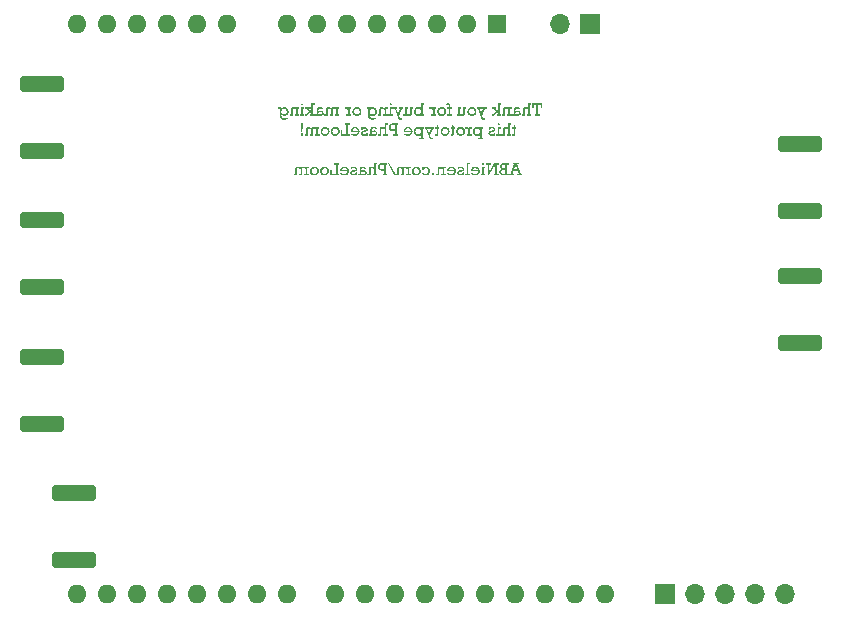
<source format=gbr>
%TF.GenerationSoftware,KiCad,Pcbnew,8.0.6*%
%TF.CreationDate,2025-07-28T17:23:45+02:00*%
%TF.ProjectId,PhaseLoom,50686173-654c-46f6-9f6d-2e6b69636164,rev?*%
%TF.SameCoordinates,Original*%
%TF.FileFunction,Soldermask,Bot*%
%TF.FilePolarity,Negative*%
%FSLAX46Y46*%
G04 Gerber Fmt 4.6, Leading zero omitted, Abs format (unit mm)*
G04 Created by KiCad (PCBNEW 8.0.6) date 2025-07-28 17:23:45*
%MOMM*%
%LPD*%
G01*
G04 APERTURE LIST*
G04 Aperture macros list*
%AMRoundRect*
0 Rectangle with rounded corners*
0 $1 Rounding radius*
0 $2 $3 $4 $5 $6 $7 $8 $9 X,Y pos of 4 corners*
0 Add a 4 corners polygon primitive as box body*
4,1,4,$2,$3,$4,$5,$6,$7,$8,$9,$2,$3,0*
0 Add four circle primitives for the rounded corners*
1,1,$1+$1,$2,$3*
1,1,$1+$1,$4,$5*
1,1,$1+$1,$6,$7*
1,1,$1+$1,$8,$9*
0 Add four rect primitives between the rounded corners*
20,1,$1+$1,$2,$3,$4,$5,0*
20,1,$1+$1,$4,$5,$6,$7,0*
20,1,$1+$1,$6,$7,$8,$9,0*
20,1,$1+$1,$8,$9,$2,$3,0*%
G04 Aperture macros list end*
%ADD10C,0.150000*%
%ADD11RoundRect,0.250000X-1.600000X0.425000X-1.600000X-0.425000X1.600000X-0.425000X1.600000X0.425000X0*%
%ADD12R,1.700000X1.700000*%
%ADD13O,1.700000X1.700000*%
%ADD14RoundRect,0.250000X1.600000X-0.425000X1.600000X0.425000X-1.600000X0.425000X-1.600000X-0.425000X0*%
%ADD15R,1.600000X1.600000*%
%ADD16O,1.600000X1.600000*%
G04 APERTURE END LIST*
D10*
G36*
X166691688Y-96241475D02*
G01*
X166691688Y-95995522D01*
X166905156Y-95995522D01*
X166905156Y-96768795D01*
X166770578Y-96768795D01*
X166770578Y-96898000D01*
X167193851Y-96898000D01*
X167193851Y-96768795D01*
X167061960Y-96768795D01*
X167061960Y-95995522D01*
X167274207Y-95995522D01*
X167274207Y-96241475D01*
X167401946Y-96241475D01*
X167401946Y-95866318D01*
X166563705Y-95866318D01*
X166563705Y-96241475D01*
X166691688Y-96241475D01*
G37*
G36*
X165989001Y-96163317D02*
G01*
X165931022Y-96168576D01*
X165882870Y-96184354D01*
X165838059Y-96217173D01*
X165807399Y-96265138D01*
X165792659Y-96316679D01*
X165787942Y-96365486D01*
X165787745Y-96378739D01*
X165787745Y-96771482D01*
X165665379Y-96771482D01*
X165665379Y-96898000D01*
X165929894Y-96898000D01*
X165929894Y-96430274D01*
X165933054Y-96379144D01*
X165947098Y-96330845D01*
X165952365Y-96322319D01*
X165994470Y-96294109D01*
X166021241Y-96291056D01*
X166075199Y-96300000D01*
X166125063Y-96320036D01*
X166173577Y-96346959D01*
X166218789Y-96377012D01*
X166226650Y-96382647D01*
X166226650Y-96771482D01*
X166101597Y-96771482D01*
X166101597Y-96898000D01*
X166498003Y-96898000D01*
X166498003Y-96771482D01*
X166368799Y-96771482D01*
X166368799Y-95991370D01*
X166498003Y-95991370D01*
X166498003Y-95866318D01*
X166226650Y-95866318D01*
X166226650Y-96266143D01*
X166187166Y-96236520D01*
X166140936Y-96207601D01*
X166095959Y-96185911D01*
X166045070Y-96169744D01*
X165995888Y-96163417D01*
X165989001Y-96163317D01*
G37*
G36*
X165315501Y-96164828D02*
G01*
X165364861Y-96171545D01*
X165415975Y-96185524D01*
X165462414Y-96206304D01*
X165486057Y-96220746D01*
X165524677Y-96252212D01*
X165558236Y-96290710D01*
X165586733Y-96336241D01*
X165450690Y-96370435D01*
X165425893Y-96336054D01*
X165386454Y-96304489D01*
X165339816Y-96287528D01*
X165289734Y-96282752D01*
X165265362Y-96283658D01*
X165216017Y-96293229D01*
X165172497Y-96319877D01*
X165155142Y-96344486D01*
X165140100Y-96393676D01*
X165136594Y-96442487D01*
X165136594Y-96521133D01*
X165183168Y-96494526D01*
X165231543Y-96475520D01*
X165281720Y-96464117D01*
X165333698Y-96460316D01*
X165361338Y-96461672D01*
X165412485Y-96471384D01*
X165459483Y-96488648D01*
X165482028Y-96500123D01*
X165524692Y-96530817D01*
X165558890Y-96569493D01*
X165571340Y-96589609D01*
X165589480Y-96636727D01*
X165595526Y-96688683D01*
X165595007Y-96704021D01*
X165585016Y-96754998D01*
X165562309Y-96801768D01*
X165551322Y-96817219D01*
X165514910Y-96855153D01*
X165473649Y-96883345D01*
X165452463Y-96893637D01*
X165403849Y-96908633D01*
X165351527Y-96913631D01*
X165304991Y-96910136D01*
X165252760Y-96897225D01*
X165202749Y-96874800D01*
X165161651Y-96848007D01*
X165122183Y-96814224D01*
X165122183Y-96898000D01*
X164876231Y-96898000D01*
X164876231Y-96771482D01*
X164997131Y-96771482D01*
X164997131Y-96638125D01*
X165136594Y-96638125D01*
X165136594Y-96719946D01*
X165142316Y-96725146D01*
X165183091Y-96756919D01*
X165231238Y-96783327D01*
X165281033Y-96799173D01*
X165332476Y-96804454D01*
X165380687Y-96797209D01*
X165424556Y-96771482D01*
X165450151Y-96736867D01*
X165460215Y-96688683D01*
X165450018Y-96641300D01*
X165419427Y-96602710D01*
X165416848Y-96600591D01*
X165371556Y-96575839D01*
X165322218Y-96568272D01*
X165275812Y-96572637D01*
X165223605Y-96587986D01*
X165177199Y-96610907D01*
X165136594Y-96638125D01*
X164997131Y-96638125D01*
X164997131Y-96434427D01*
X164997197Y-96425708D01*
X165001329Y-96368802D01*
X165011889Y-96319118D01*
X165031830Y-96271182D01*
X165064298Y-96228530D01*
X165077531Y-96216876D01*
X165119514Y-96191402D01*
X165171236Y-96174080D01*
X165224482Y-96165610D01*
X165276056Y-96163317D01*
X165315501Y-96164828D01*
G37*
G36*
X164112483Y-96410491D02*
G01*
X164112483Y-96771482D01*
X163991583Y-96771482D01*
X163991583Y-96898000D01*
X164254633Y-96898000D01*
X164254633Y-96418795D01*
X164257858Y-96369639D01*
X164272970Y-96322739D01*
X164274172Y-96320854D01*
X164315256Y-96293413D01*
X164338408Y-96291056D01*
X164387257Y-96296933D01*
X164439036Y-96314564D01*
X164486747Y-96339634D01*
X164529429Y-96368285D01*
X164551388Y-96385090D01*
X164551388Y-96771482D01*
X164427068Y-96771482D01*
X164427068Y-96898000D01*
X164818834Y-96898000D01*
X164818834Y-96771482D01*
X164691583Y-96771482D01*
X164691583Y-96305955D01*
X164818834Y-96305955D01*
X164818834Y-96178949D01*
X164551388Y-96178949D01*
X164551388Y-96260526D01*
X164510330Y-96232521D01*
X164462085Y-96205181D01*
X164414956Y-96184676D01*
X164361382Y-96169393D01*
X164309328Y-96163412D01*
X164302016Y-96163317D01*
X164251591Y-96168070D01*
X164204898Y-96184499D01*
X164164887Y-96216125D01*
X164158890Y-96223401D01*
X164134418Y-96267488D01*
X164120142Y-96318343D01*
X164113616Y-96372435D01*
X164112483Y-96410491D01*
G37*
G36*
X163409797Y-96297162D02*
G01*
X163523858Y-96297162D01*
X163523858Y-96178949D01*
X163124033Y-96178949D01*
X163124033Y-96297162D01*
X163235407Y-96297162D01*
X163505296Y-96519912D01*
X163250550Y-96771482D01*
X163124033Y-96771482D01*
X163124033Y-96898000D01*
X163311611Y-96898000D01*
X163672846Y-96535543D01*
X163672846Y-96771482D01*
X163550481Y-96771482D01*
X163550481Y-96898000D01*
X163944200Y-96898000D01*
X163944200Y-96771482D01*
X163814996Y-96771482D01*
X163814996Y-95991370D01*
X163944200Y-95991370D01*
X163944200Y-95866318D01*
X163672846Y-95866318D01*
X163672846Y-96516981D01*
X163409797Y-96297162D01*
G37*
G36*
X162428673Y-96305955D02*
G01*
X162272114Y-96713596D01*
X162120439Y-96305955D01*
X162216426Y-96305955D01*
X162216426Y-96178949D01*
X161871555Y-96178949D01*
X161871555Y-96305955D01*
X161978045Y-96305955D01*
X162334640Y-97226262D01*
X162574975Y-97226262D01*
X162574975Y-97102675D01*
X162432825Y-97102675D01*
X162347096Y-96889207D01*
X162583279Y-96305955D01*
X162704179Y-96305955D01*
X162704179Y-96178949D01*
X162342944Y-96178949D01*
X162342944Y-96305955D01*
X162428673Y-96305955D01*
G37*
G36*
X161515693Y-96166340D02*
G01*
X161566252Y-96175407D01*
X161613879Y-96190520D01*
X161658576Y-96211677D01*
X161684671Y-96227690D01*
X161726984Y-96261051D01*
X161763307Y-96300247D01*
X161793642Y-96345278D01*
X161814799Y-96389226D01*
X161829912Y-96436075D01*
X161838979Y-96485824D01*
X161842002Y-96538474D01*
X161839688Y-96582844D01*
X161831376Y-96631521D01*
X161814799Y-96683692D01*
X161793642Y-96727762D01*
X161774059Y-96758657D01*
X161739596Y-96800298D01*
X161699028Y-96836298D01*
X161657843Y-96863561D01*
X161612917Y-96885467D01*
X161565336Y-96901114D01*
X161515098Y-96910502D01*
X161462204Y-96913631D01*
X161410745Y-96910502D01*
X161361637Y-96901114D01*
X161314880Y-96885467D01*
X161270474Y-96863561D01*
X161239330Y-96843531D01*
X161197412Y-96808786D01*
X161161251Y-96768398D01*
X161133942Y-96727762D01*
X161114337Y-96689319D01*
X161096206Y-96637453D01*
X161086773Y-96589048D01*
X161083628Y-96538474D01*
X161234081Y-96538474D01*
X161235120Y-96562293D01*
X161244500Y-96611428D01*
X161263635Y-96657176D01*
X161273443Y-96673584D01*
X161306996Y-96713815D01*
X161346189Y-96743638D01*
X161362926Y-96752856D01*
X161412454Y-96770353D01*
X161461960Y-96775634D01*
X161485347Y-96774509D01*
X161533722Y-96764354D01*
X161578952Y-96743638D01*
X161598195Y-96730749D01*
X161634291Y-96697345D01*
X161662728Y-96656443D01*
X161672937Y-96635552D01*
X161687811Y-96588343D01*
X161692770Y-96538474D01*
X161691713Y-96515210D01*
X161682179Y-96466690D01*
X161662728Y-96420749D01*
X161650580Y-96400931D01*
X161618841Y-96363412D01*
X161579685Y-96333310D01*
X161559449Y-96322270D01*
X161513130Y-96306187D01*
X161463426Y-96300826D01*
X161439658Y-96301994D01*
X161390988Y-96312536D01*
X161346189Y-96334043D01*
X161327138Y-96347163D01*
X161291517Y-96380775D01*
X161263635Y-96421482D01*
X161253591Y-96442115D01*
X161238959Y-96488884D01*
X161234081Y-96538474D01*
X161083628Y-96538474D01*
X161085371Y-96501013D01*
X161094522Y-96446883D01*
X161111517Y-96395226D01*
X161133209Y-96351384D01*
X161153024Y-96320372D01*
X161187674Y-96278458D01*
X161228235Y-96242070D01*
X161269252Y-96214364D01*
X161313735Y-96192031D01*
X161360721Y-96176079D01*
X161410211Y-96166507D01*
X161462204Y-96163317D01*
X161515693Y-96166340D01*
G37*
G36*
X160657668Y-96790044D02*
G01*
X160608927Y-96784243D01*
X160558200Y-96766841D01*
X160512187Y-96742097D01*
X160471538Y-96713818D01*
X160450795Y-96697232D01*
X160450795Y-96305955D01*
X160578534Y-96305955D01*
X160578534Y-96178949D01*
X160308645Y-96178949D01*
X160308645Y-96771482D01*
X160185058Y-96771482D01*
X160185058Y-96898000D01*
X160450795Y-96898000D01*
X160450795Y-96818132D01*
X160497251Y-96850587D01*
X160542832Y-96876327D01*
X160594903Y-96897870D01*
X160645782Y-96910274D01*
X160688443Y-96913631D01*
X160741403Y-96908859D01*
X160790414Y-96892363D01*
X160832370Y-96860608D01*
X160838652Y-96853303D01*
X160864155Y-96807646D01*
X160877756Y-96759889D01*
X160884698Y-96709912D01*
X160886965Y-96660991D01*
X160887012Y-96652291D01*
X160887012Y-96305955D01*
X160988129Y-96305955D01*
X160988129Y-96178949D01*
X160744863Y-96178949D01*
X160744863Y-96682089D01*
X160739142Y-96732916D01*
X160724591Y-96763910D01*
X160681823Y-96787977D01*
X160657668Y-96790044D01*
G37*
G36*
X159254493Y-96017016D02*
G01*
X159381011Y-96036311D01*
X159394255Y-95988392D01*
X159434500Y-95966213D01*
X159478946Y-95988218D01*
X159479685Y-95989660D01*
X159489823Y-96038996D01*
X159490920Y-96072947D01*
X159490920Y-96178949D01*
X159367089Y-96178949D01*
X159367089Y-96305955D01*
X159490920Y-96305955D01*
X159490920Y-96771482D01*
X159354877Y-96771482D01*
X159354877Y-96898000D01*
X159738827Y-96898000D01*
X159738827Y-96771482D01*
X159633070Y-96771482D01*
X159633070Y-96305955D01*
X159738827Y-96305955D01*
X159738827Y-96178949D01*
X159633070Y-96178949D01*
X159633070Y-96069039D01*
X159629244Y-96017375D01*
X159616021Y-95966724D01*
X159593352Y-95923180D01*
X159584710Y-95911503D01*
X159545839Y-95876878D01*
X159496060Y-95856625D01*
X159447217Y-95850746D01*
X159441339Y-95850686D01*
X159391074Y-95855621D01*
X159344534Y-95872262D01*
X159315310Y-95892452D01*
X159282178Y-95933040D01*
X159263149Y-95978089D01*
X159254493Y-96017016D01*
G37*
G36*
X158957982Y-96166340D02*
G01*
X159008541Y-96175407D01*
X159056168Y-96190520D01*
X159100864Y-96211677D01*
X159126960Y-96227690D01*
X159169273Y-96261051D01*
X159205596Y-96300247D01*
X159235931Y-96345278D01*
X159257088Y-96389226D01*
X159272201Y-96436075D01*
X159281268Y-96485824D01*
X159284291Y-96538474D01*
X159281977Y-96582844D01*
X159273665Y-96631521D01*
X159257088Y-96683692D01*
X159235931Y-96727762D01*
X159216347Y-96758657D01*
X159181885Y-96800298D01*
X159141317Y-96836298D01*
X159100132Y-96863561D01*
X159055206Y-96885467D01*
X159007625Y-96901114D01*
X158957387Y-96910502D01*
X158904493Y-96913631D01*
X158853034Y-96910502D01*
X158803926Y-96901114D01*
X158757169Y-96885467D01*
X158712763Y-96863561D01*
X158681619Y-96843531D01*
X158639701Y-96808786D01*
X158603540Y-96768398D01*
X158576231Y-96727762D01*
X158556626Y-96689319D01*
X158538495Y-96637453D01*
X158529061Y-96589048D01*
X158525917Y-96538474D01*
X158676370Y-96538474D01*
X158677409Y-96562293D01*
X158686789Y-96611428D01*
X158705924Y-96657176D01*
X158715732Y-96673584D01*
X158749285Y-96713815D01*
X158788478Y-96743638D01*
X158805215Y-96752856D01*
X158854743Y-96770353D01*
X158904249Y-96775634D01*
X158927636Y-96774509D01*
X158976011Y-96764354D01*
X159021241Y-96743638D01*
X159040484Y-96730749D01*
X159076580Y-96697345D01*
X159105017Y-96656443D01*
X159115226Y-96635552D01*
X159130100Y-96588343D01*
X159135058Y-96538474D01*
X159134002Y-96515210D01*
X159124468Y-96466690D01*
X159105017Y-96420749D01*
X159092869Y-96400931D01*
X159061130Y-96363412D01*
X159021974Y-96333310D01*
X159001738Y-96322270D01*
X158955419Y-96306187D01*
X158905714Y-96300826D01*
X158881947Y-96301994D01*
X158833277Y-96312536D01*
X158788478Y-96334043D01*
X158769427Y-96347163D01*
X158733806Y-96380775D01*
X158705924Y-96421482D01*
X158695880Y-96442115D01*
X158681248Y-96488884D01*
X158676370Y-96538474D01*
X158525917Y-96538474D01*
X158527660Y-96501013D01*
X158536811Y-96446883D01*
X158553806Y-96395226D01*
X158575498Y-96351384D01*
X158595313Y-96320372D01*
X158629963Y-96278458D01*
X158670524Y-96242070D01*
X158711541Y-96214364D01*
X158756024Y-96192031D01*
X158803010Y-96176079D01*
X158852500Y-96166507D01*
X158904493Y-96163317D01*
X158957982Y-96166340D01*
G37*
G36*
X158160285Y-96606862D02*
G01*
X158160285Y-96771482D01*
X158002993Y-96771482D01*
X158002993Y-96898000D01*
X158446049Y-96898000D01*
X158446049Y-96771482D01*
X158301213Y-96771482D01*
X158301213Y-96305955D01*
X158446049Y-96305955D01*
X158446049Y-96178949D01*
X158188617Y-96178949D01*
X158188617Y-96337218D01*
X158165689Y-96292293D01*
X158136756Y-96250546D01*
X158100711Y-96215083D01*
X158081151Y-96201663D01*
X158035589Y-96181442D01*
X157985325Y-96169646D01*
X157933282Y-96164253D01*
X157897236Y-96163317D01*
X157864996Y-96163317D01*
X157864996Y-96306932D01*
X157895770Y-96306932D01*
X157949840Y-96308840D01*
X158001836Y-96315548D01*
X158052689Y-96330307D01*
X158067717Y-96337462D01*
X158107112Y-96367229D01*
X158135563Y-96410827D01*
X158142211Y-96429297D01*
X158152501Y-96478048D01*
X158157744Y-96527510D01*
X158160003Y-96578709D01*
X158160285Y-96606862D01*
G37*
G36*
X157437082Y-95991370D02*
G01*
X157309343Y-95991370D01*
X157309343Y-96771482D01*
X157437082Y-96771482D01*
X157437082Y-96898000D01*
X157171346Y-96898000D01*
X157171346Y-96793219D01*
X157143024Y-96825992D01*
X157104983Y-96856642D01*
X157059727Y-96881635D01*
X157014518Y-96898508D01*
X156962970Y-96909850D01*
X156909518Y-96913631D01*
X156878848Y-96912373D01*
X156826016Y-96903767D01*
X156776237Y-96887008D01*
X156729511Y-96862096D01*
X156705246Y-96845062D01*
X156665838Y-96810104D01*
X156631916Y-96769620D01*
X156603481Y-96723610D01*
X156585685Y-96684821D01*
X156569226Y-96632752D01*
X156560663Y-96584392D01*
X156557808Y-96534078D01*
X156557905Y-96531391D01*
X156707040Y-96531391D01*
X156708054Y-96555946D01*
X156717201Y-96607322D01*
X156735861Y-96656199D01*
X156747519Y-96677391D01*
X156778610Y-96717887D01*
X156817682Y-96750965D01*
X156837981Y-96763250D01*
X156885497Y-96781147D01*
X156937850Y-96787113D01*
X156961102Y-96785988D01*
X157008891Y-96775833D01*
X157053132Y-96755117D01*
X157071960Y-96742195D01*
X157107451Y-96708480D01*
X157135687Y-96666946D01*
X157145896Y-96645594D01*
X157160770Y-96596738D01*
X157165728Y-96544336D01*
X157164314Y-96514192D01*
X157155310Y-96465454D01*
X157136175Y-96416841D01*
X157124303Y-96396159D01*
X157093159Y-96357120D01*
X157054598Y-96325983D01*
X157034517Y-96314611D01*
X156987708Y-96298044D01*
X156936384Y-96292521D01*
X156912144Y-96293655D01*
X156862982Y-96303887D01*
X156818415Y-96324762D01*
X156802636Y-96335309D01*
X156764355Y-96370678D01*
X156736594Y-96411224D01*
X156726550Y-96432043D01*
X156711918Y-96479863D01*
X156707040Y-96531391D01*
X156557905Y-96531391D01*
X156558911Y-96503423D01*
X156566457Y-96449928D01*
X156581151Y-96398597D01*
X156602993Y-96349430D01*
X156617901Y-96323575D01*
X156649095Y-96281363D01*
X156685891Y-96244715D01*
X156728289Y-96213631D01*
X156753872Y-96199136D01*
X156802294Y-96179237D01*
X156853769Y-96167297D01*
X156908296Y-96163317D01*
X156936879Y-96164386D01*
X156991611Y-96172938D01*
X157043096Y-96190043D01*
X157091336Y-96215700D01*
X157136330Y-96249909D01*
X157171346Y-96284950D01*
X157171346Y-95866318D01*
X157437082Y-95866318D01*
X157437082Y-95991370D01*
G37*
G36*
X156132337Y-96790044D02*
G01*
X156083595Y-96784243D01*
X156032869Y-96766841D01*
X155986856Y-96742097D01*
X155946206Y-96713818D01*
X155925463Y-96697232D01*
X155925463Y-96305955D01*
X156053202Y-96305955D01*
X156053202Y-96178949D01*
X155783314Y-96178949D01*
X155783314Y-96771482D01*
X155659727Y-96771482D01*
X155659727Y-96898000D01*
X155925463Y-96898000D01*
X155925463Y-96818132D01*
X155971920Y-96850587D01*
X156017501Y-96876327D01*
X156069572Y-96897870D01*
X156120450Y-96910274D01*
X156163112Y-96913631D01*
X156216072Y-96908859D01*
X156265083Y-96892363D01*
X156307038Y-96860608D01*
X156313321Y-96853303D01*
X156338823Y-96807646D01*
X156352425Y-96759889D01*
X156359367Y-96709912D01*
X156361634Y-96660991D01*
X156361681Y-96652291D01*
X156361681Y-96305955D01*
X156462797Y-96305955D01*
X156462797Y-96178949D01*
X156219532Y-96178949D01*
X156219532Y-96682089D01*
X156213810Y-96732916D01*
X156199259Y-96763910D01*
X156156491Y-96787977D01*
X156132337Y-96790044D01*
G37*
G36*
X155370055Y-96305955D02*
G01*
X155213495Y-96713596D01*
X155061821Y-96305955D01*
X155157808Y-96305955D01*
X155157808Y-96178949D01*
X154812937Y-96178949D01*
X154812937Y-96305955D01*
X154919427Y-96305955D01*
X155276021Y-97226262D01*
X155516356Y-97226262D01*
X155516356Y-97102675D01*
X155374207Y-97102675D01*
X155288478Y-96889207D01*
X155524661Y-96305955D01*
X155645561Y-96305955D01*
X155645561Y-96178949D01*
X155284326Y-96178949D01*
X155284326Y-96305955D01*
X155370055Y-96305955D01*
G37*
G36*
X154496643Y-95936660D02*
G01*
X154510931Y-95983692D01*
X154522044Y-95996988D01*
X154565641Y-96020801D01*
X154582616Y-96022389D01*
X154629373Y-96008101D01*
X154642456Y-95996988D01*
X154665582Y-95953528D01*
X154667124Y-95936660D01*
X154653248Y-95889399D01*
X154642456Y-95876087D01*
X154599454Y-95852274D01*
X154582616Y-95850686D01*
X154534622Y-95864562D01*
X154521555Y-95875355D01*
X154498200Y-95919089D01*
X154496643Y-95936660D01*
G37*
G36*
X154395038Y-96771482D02*
G01*
X154395038Y-96898000D01*
X154759936Y-96898000D01*
X154759936Y-96771482D01*
X154647096Y-96771482D01*
X154647096Y-96305955D01*
X154759936Y-96305955D01*
X154759936Y-96178949D01*
X154504947Y-96178949D01*
X154504947Y-96771482D01*
X154395038Y-96771482D01*
G37*
G36*
X153625673Y-96410491D02*
G01*
X153625673Y-96771482D01*
X153504772Y-96771482D01*
X153504772Y-96898000D01*
X153767822Y-96898000D01*
X153767822Y-96418795D01*
X153771047Y-96369639D01*
X153786159Y-96322739D01*
X153787361Y-96320854D01*
X153828445Y-96293413D01*
X153851597Y-96291056D01*
X153900446Y-96296933D01*
X153952225Y-96314564D01*
X153999937Y-96339634D01*
X154042618Y-96368285D01*
X154064577Y-96385090D01*
X154064577Y-96771482D01*
X153940257Y-96771482D01*
X153940257Y-96898000D01*
X154332023Y-96898000D01*
X154332023Y-96771482D01*
X154204772Y-96771482D01*
X154204772Y-96305955D01*
X154332023Y-96305955D01*
X154332023Y-96178949D01*
X154064577Y-96178949D01*
X154064577Y-96260526D01*
X154023520Y-96232521D01*
X153975274Y-96205181D01*
X153928145Y-96184676D01*
X153874571Y-96169393D01*
X153822517Y-96163412D01*
X153815205Y-96163317D01*
X153764780Y-96168070D01*
X153718087Y-96184499D01*
X153678076Y-96216125D01*
X153672079Y-96223401D01*
X153647607Y-96267488D01*
X153633331Y-96318343D01*
X153626806Y-96372435D01*
X153625673Y-96410491D01*
G37*
G36*
X153102680Y-96164587D02*
G01*
X153155756Y-96173275D01*
X153206012Y-96190193D01*
X153253446Y-96215341D01*
X153282910Y-96236103D01*
X153322533Y-96271948D01*
X153356670Y-96313435D01*
X153382407Y-96355048D01*
X153400679Y-96394087D01*
X153417578Y-96446272D01*
X153426370Y-96494541D01*
X153429301Y-96544580D01*
X153428204Y-96575410D01*
X153420699Y-96628950D01*
X153406085Y-96679978D01*
X153384361Y-96728495D01*
X153369458Y-96753870D01*
X153338306Y-96795487D01*
X153301589Y-96831888D01*
X153259308Y-96863073D01*
X153228562Y-96880255D01*
X153179803Y-96899362D01*
X153127875Y-96910471D01*
X153079057Y-96913631D01*
X153034306Y-96910554D01*
X152985025Y-96900062D01*
X152935687Y-96882124D01*
X152893264Y-96860166D01*
X152852274Y-96830778D01*
X152817229Y-96795906D01*
X152817229Y-96865027D01*
X152819358Y-96905779D01*
X152828823Y-96955253D01*
X152848520Y-97004270D01*
X152877801Y-97046255D01*
X152902073Y-97069579D01*
X152944662Y-97095517D01*
X152994671Y-97110598D01*
X153045352Y-97114887D01*
X153056353Y-97114713D01*
X153105533Y-97109304D01*
X153154284Y-97095103D01*
X153169778Y-97088520D01*
X153213162Y-97065012D01*
X153253446Y-97036485D01*
X153344793Y-97141754D01*
X153305314Y-97170603D01*
X153254664Y-97198767D01*
X153200442Y-97219890D01*
X153152528Y-97232114D01*
X153102134Y-97239449D01*
X153049259Y-97241893D01*
X153015775Y-97240990D01*
X152963393Y-97235467D01*
X152906186Y-97222212D01*
X152855144Y-97201727D01*
X152810267Y-97174012D01*
X152771555Y-97139067D01*
X152744114Y-97104899D01*
X152717323Y-97058325D01*
X152697231Y-97005672D01*
X152685603Y-96957150D01*
X152678626Y-96904407D01*
X152676301Y-96847441D01*
X152676301Y-96540672D01*
X152815763Y-96540672D01*
X152816828Y-96564918D01*
X152826440Y-96615389D01*
X152846049Y-96663038D01*
X152858248Y-96683471D01*
X152890452Y-96722147D01*
X152930557Y-96753163D01*
X152954911Y-96766202D01*
X153003487Y-96781919D01*
X153052190Y-96786625D01*
X153076671Y-96785474D01*
X153126118Y-96775087D01*
X153170648Y-96753896D01*
X153186257Y-96743032D01*
X153223870Y-96706647D01*
X153250760Y-96664992D01*
X153261704Y-96639984D01*
X153274898Y-96590689D01*
X153278848Y-96541893D01*
X153277809Y-96517656D01*
X153268429Y-96467263D01*
X153249294Y-96419772D01*
X153237396Y-96399256D01*
X153206020Y-96360459D01*
X153166984Y-96329402D01*
X153146697Y-96318031D01*
X153099913Y-96301463D01*
X153049259Y-96295941D01*
X153024968Y-96297169D01*
X152975340Y-96308254D01*
X152929825Y-96330868D01*
X152910582Y-96344655D01*
X152874486Y-96379889D01*
X152846049Y-96422459D01*
X152835757Y-96443880D01*
X152820762Y-96491470D01*
X152815763Y-96540672D01*
X152676301Y-96540672D01*
X152676301Y-96305955D01*
X152545875Y-96305955D01*
X152545875Y-96178949D01*
X152817229Y-96178949D01*
X152817229Y-96276890D01*
X152850727Y-96246922D01*
X152892352Y-96216592D01*
X152938617Y-96191405D01*
X152970216Y-96179116D01*
X153019790Y-96167267D01*
X153071974Y-96163317D01*
X153102680Y-96164587D01*
G37*
G36*
X151774312Y-96166340D02*
G01*
X151824870Y-96175407D01*
X151872497Y-96190520D01*
X151917194Y-96211677D01*
X151943289Y-96227690D01*
X151985602Y-96261051D01*
X152021926Y-96300247D01*
X152052260Y-96345278D01*
X152073418Y-96389226D01*
X152088530Y-96436075D01*
X152097598Y-96485824D01*
X152100620Y-96538474D01*
X152098306Y-96582844D01*
X152089994Y-96631521D01*
X152073418Y-96683692D01*
X152052260Y-96727762D01*
X152032677Y-96758657D01*
X151998214Y-96800298D01*
X151957647Y-96836298D01*
X151916461Y-96863561D01*
X151871536Y-96885467D01*
X151823954Y-96901114D01*
X151773716Y-96910502D01*
X151720823Y-96913631D01*
X151669364Y-96910502D01*
X151620256Y-96901114D01*
X151573498Y-96885467D01*
X151529092Y-96863561D01*
X151497948Y-96843531D01*
X151456030Y-96808786D01*
X151419870Y-96768398D01*
X151392560Y-96727762D01*
X151372955Y-96689319D01*
X151354825Y-96637453D01*
X151345391Y-96589048D01*
X151342246Y-96538474D01*
X151492700Y-96538474D01*
X151493739Y-96562293D01*
X151503119Y-96611428D01*
X151522253Y-96657176D01*
X151532061Y-96673584D01*
X151565614Y-96713815D01*
X151604807Y-96743638D01*
X151621544Y-96752856D01*
X151671072Y-96770353D01*
X151720578Y-96775634D01*
X151743966Y-96774509D01*
X151792340Y-96764354D01*
X151837571Y-96743638D01*
X151856813Y-96730749D01*
X151892909Y-96697345D01*
X151921346Y-96656443D01*
X151931556Y-96635552D01*
X151946430Y-96588343D01*
X151951388Y-96538474D01*
X151950332Y-96515210D01*
X151940797Y-96466690D01*
X151921346Y-96420749D01*
X151909199Y-96400931D01*
X151877460Y-96363412D01*
X151838303Y-96333310D01*
X151818068Y-96322270D01*
X151771749Y-96306187D01*
X151722044Y-96300826D01*
X151698276Y-96301994D01*
X151649607Y-96312536D01*
X151604807Y-96334043D01*
X151585756Y-96347163D01*
X151550135Y-96380775D01*
X151522253Y-96421482D01*
X151512210Y-96442115D01*
X151497577Y-96488884D01*
X151492700Y-96538474D01*
X151342246Y-96538474D01*
X151343989Y-96501013D01*
X151353141Y-96446883D01*
X151370136Y-96395226D01*
X151391827Y-96351384D01*
X151411643Y-96320372D01*
X151446292Y-96278458D01*
X151486853Y-96242070D01*
X151527871Y-96214364D01*
X151572353Y-96192031D01*
X151619340Y-96176079D01*
X151668829Y-96166507D01*
X151720823Y-96163317D01*
X151774312Y-96166340D01*
G37*
G36*
X150976615Y-96606862D02*
G01*
X150976615Y-96771482D01*
X150819322Y-96771482D01*
X150819322Y-96898000D01*
X151262379Y-96898000D01*
X151262379Y-96771482D01*
X151117543Y-96771482D01*
X151117543Y-96305955D01*
X151262379Y-96305955D01*
X151262379Y-96178949D01*
X151004947Y-96178949D01*
X151004947Y-96337218D01*
X150982019Y-96292293D01*
X150953086Y-96250546D01*
X150917041Y-96215083D01*
X150897480Y-96201663D01*
X150851918Y-96181442D01*
X150801654Y-96169646D01*
X150749611Y-96164253D01*
X150713565Y-96163317D01*
X150681325Y-96163317D01*
X150681325Y-96306932D01*
X150712100Y-96306932D01*
X150766169Y-96308840D01*
X150818165Y-96315548D01*
X150869018Y-96330307D01*
X150884047Y-96337462D01*
X150923441Y-96367229D01*
X150951892Y-96410827D01*
X150958541Y-96429297D01*
X150968831Y-96478048D01*
X150974073Y-96527510D01*
X150976332Y-96578709D01*
X150976615Y-96606862D01*
G37*
G36*
X150118101Y-96771482D02*
G01*
X150118101Y-96305955D01*
X150239734Y-96305955D01*
X150239734Y-96178949D01*
X149976684Y-96178949D01*
X149976684Y-96264678D01*
X149937108Y-96235477D01*
X149889916Y-96206969D01*
X149843050Y-96185589D01*
X149788785Y-96169652D01*
X149734965Y-96163416D01*
X149727312Y-96163317D01*
X149676354Y-96168728D01*
X149627303Y-96188165D01*
X149588052Y-96221737D01*
X149558602Y-96269444D01*
X149555610Y-96276401D01*
X149512574Y-96245582D01*
X149470325Y-96219987D01*
X149420666Y-96196168D01*
X149372139Y-96179870D01*
X149316958Y-96170363D01*
X149293781Y-96169423D01*
X149242743Y-96174432D01*
X149194590Y-96191512D01*
X149154807Y-96220714D01*
X149125188Y-96262413D01*
X149108931Y-96311490D01*
X149102987Y-96364755D01*
X149102784Y-96377762D01*
X149102784Y-96771482D01*
X148976510Y-96771482D01*
X148976510Y-96898000D01*
X149243712Y-96898000D01*
X149243712Y-96438334D01*
X149245434Y-96388149D01*
X149248597Y-96361154D01*
X149268685Y-96315927D01*
X149273509Y-96310595D01*
X149319645Y-96290828D01*
X149337745Y-96289835D01*
X149388801Y-96298101D01*
X149429092Y-96313282D01*
X149472447Y-96336243D01*
X149514040Y-96364379D01*
X149539001Y-96383868D01*
X149539001Y-96771482D01*
X149416880Y-96771482D01*
X149416880Y-96898000D01*
X149681151Y-96898000D01*
X149681151Y-96420260D01*
X149684617Y-96370193D01*
X149700863Y-96322296D01*
X149702155Y-96320365D01*
X149743851Y-96292816D01*
X149771276Y-96289835D01*
X149824919Y-96299018D01*
X149874737Y-96319588D01*
X149923361Y-96347228D01*
X149968779Y-96378083D01*
X149976684Y-96383868D01*
X149976684Y-96771482D01*
X149849678Y-96771482D01*
X149849678Y-96898000D01*
X150248038Y-96898000D01*
X150248038Y-96771482D01*
X150118101Y-96771482D01*
G37*
G36*
X148632737Y-96164828D02*
G01*
X148682097Y-96171545D01*
X148733211Y-96185524D01*
X148779650Y-96206304D01*
X148803293Y-96220746D01*
X148841914Y-96252212D01*
X148875473Y-96290710D01*
X148903970Y-96336241D01*
X148767927Y-96370435D01*
X148743129Y-96336054D01*
X148703691Y-96304489D01*
X148657052Y-96287528D01*
X148606971Y-96282752D01*
X148582599Y-96283658D01*
X148533254Y-96293229D01*
X148489734Y-96319877D01*
X148472378Y-96344486D01*
X148457336Y-96393676D01*
X148453830Y-96442487D01*
X148453830Y-96521133D01*
X148500404Y-96494526D01*
X148548780Y-96475520D01*
X148598956Y-96464117D01*
X148650934Y-96460316D01*
X148678575Y-96461672D01*
X148729722Y-96471384D01*
X148776719Y-96488648D01*
X148799265Y-96500123D01*
X148841928Y-96530817D01*
X148876126Y-96569493D01*
X148888577Y-96589609D01*
X148906716Y-96636727D01*
X148912763Y-96688683D01*
X148912244Y-96704021D01*
X148902253Y-96754998D01*
X148879546Y-96801768D01*
X148868558Y-96817219D01*
X148832147Y-96855153D01*
X148790885Y-96883345D01*
X148769699Y-96893637D01*
X148721086Y-96908633D01*
X148668764Y-96913631D01*
X148622227Y-96910136D01*
X148569996Y-96897225D01*
X148519986Y-96874800D01*
X148478887Y-96848007D01*
X148439420Y-96814224D01*
X148439420Y-96898000D01*
X148193467Y-96898000D01*
X148193467Y-96771482D01*
X148314368Y-96771482D01*
X148314368Y-96638125D01*
X148453830Y-96638125D01*
X148453830Y-96719946D01*
X148459552Y-96725146D01*
X148500328Y-96756919D01*
X148548474Y-96783327D01*
X148598269Y-96799173D01*
X148649713Y-96804454D01*
X148697924Y-96797209D01*
X148741793Y-96771482D01*
X148767388Y-96736867D01*
X148777452Y-96688683D01*
X148767255Y-96641300D01*
X148736663Y-96602710D01*
X148734084Y-96600591D01*
X148688792Y-96575839D01*
X148639455Y-96568272D01*
X148593049Y-96572637D01*
X148540842Y-96587986D01*
X148494436Y-96610907D01*
X148453830Y-96638125D01*
X148314368Y-96638125D01*
X148314368Y-96434427D01*
X148314433Y-96425708D01*
X148318566Y-96368802D01*
X148329126Y-96319118D01*
X148349066Y-96271182D01*
X148381534Y-96228530D01*
X148394767Y-96216876D01*
X148436750Y-96191402D01*
X148488472Y-96174080D01*
X148541719Y-96165610D01*
X148593293Y-96163317D01*
X148632737Y-96164828D01*
G37*
G36*
X147611192Y-96297162D02*
G01*
X147725254Y-96297162D01*
X147725254Y-96178949D01*
X147325428Y-96178949D01*
X147325428Y-96297162D01*
X147436803Y-96297162D01*
X147706691Y-96519912D01*
X147451946Y-96771482D01*
X147325428Y-96771482D01*
X147325428Y-96898000D01*
X147513007Y-96898000D01*
X147874242Y-96535543D01*
X147874242Y-96771482D01*
X147751876Y-96771482D01*
X147751876Y-96898000D01*
X148145596Y-96898000D01*
X148145596Y-96771482D01*
X148016391Y-96771482D01*
X148016391Y-95991370D01*
X148145596Y-95991370D01*
X148145596Y-95866318D01*
X147874242Y-95866318D01*
X147874242Y-96516981D01*
X147611192Y-96297162D01*
G37*
G36*
X147009134Y-95936660D02*
G01*
X147023422Y-95983692D01*
X147034535Y-95996988D01*
X147078132Y-96020801D01*
X147095107Y-96022389D01*
X147141865Y-96008101D01*
X147154947Y-95996988D01*
X147178074Y-95953528D01*
X147179615Y-95936660D01*
X147165739Y-95889399D01*
X147154947Y-95876087D01*
X147111945Y-95852274D01*
X147095107Y-95850686D01*
X147047114Y-95864562D01*
X147034047Y-95875355D01*
X147010691Y-95919089D01*
X147009134Y-95936660D01*
G37*
G36*
X146907529Y-96771482D02*
G01*
X146907529Y-96898000D01*
X147272428Y-96898000D01*
X147272428Y-96771482D01*
X147159587Y-96771482D01*
X147159587Y-96305955D01*
X147272428Y-96305955D01*
X147272428Y-96178949D01*
X147017438Y-96178949D01*
X147017438Y-96771482D01*
X146907529Y-96771482D01*
G37*
G36*
X146138164Y-96410491D02*
G01*
X146138164Y-96771482D01*
X146017264Y-96771482D01*
X146017264Y-96898000D01*
X146280313Y-96898000D01*
X146280313Y-96418795D01*
X146283538Y-96369639D01*
X146298650Y-96322739D01*
X146299853Y-96320854D01*
X146340937Y-96293413D01*
X146364088Y-96291056D01*
X146412937Y-96296933D01*
X146464717Y-96314564D01*
X146512428Y-96339634D01*
X146555109Y-96368285D01*
X146577068Y-96385090D01*
X146577068Y-96771482D01*
X146452749Y-96771482D01*
X146452749Y-96898000D01*
X146844514Y-96898000D01*
X146844514Y-96771482D01*
X146717264Y-96771482D01*
X146717264Y-96305955D01*
X146844514Y-96305955D01*
X146844514Y-96178949D01*
X146577068Y-96178949D01*
X146577068Y-96260526D01*
X146536011Y-96232521D01*
X146487765Y-96205181D01*
X146440636Y-96184676D01*
X146387063Y-96169393D01*
X146335009Y-96163412D01*
X146327696Y-96163317D01*
X146277271Y-96168070D01*
X146230579Y-96184499D01*
X146190567Y-96216125D01*
X146184570Y-96223401D01*
X146160098Y-96267488D01*
X146145823Y-96318343D01*
X146139297Y-96372435D01*
X146138164Y-96410491D01*
G37*
G36*
X145615171Y-96164587D02*
G01*
X145668247Y-96173275D01*
X145718503Y-96190193D01*
X145765938Y-96215341D01*
X145795401Y-96236103D01*
X145835025Y-96271948D01*
X145869161Y-96313435D01*
X145894898Y-96355048D01*
X145913170Y-96394087D01*
X145930069Y-96446272D01*
X145938862Y-96494541D01*
X145941793Y-96544580D01*
X145940695Y-96575410D01*
X145933191Y-96628950D01*
X145918576Y-96679978D01*
X145896852Y-96728495D01*
X145881949Y-96753870D01*
X145850797Y-96795487D01*
X145814080Y-96831888D01*
X145771800Y-96863073D01*
X145741054Y-96880255D01*
X145692294Y-96899362D01*
X145640366Y-96910471D01*
X145591548Y-96913631D01*
X145546798Y-96910554D01*
X145497517Y-96900062D01*
X145448178Y-96882124D01*
X145405755Y-96860166D01*
X145364765Y-96830778D01*
X145329720Y-96795906D01*
X145329720Y-96865027D01*
X145331850Y-96905779D01*
X145341314Y-96955253D01*
X145361012Y-97004270D01*
X145390292Y-97046255D01*
X145414564Y-97069579D01*
X145457154Y-97095517D01*
X145507162Y-97110598D01*
X145557843Y-97114887D01*
X145568844Y-97114713D01*
X145618024Y-97109304D01*
X145666775Y-97095103D01*
X145682269Y-97088520D01*
X145725653Y-97065012D01*
X145765938Y-97036485D01*
X145857285Y-97141754D01*
X145817805Y-97170603D01*
X145767155Y-97198767D01*
X145712933Y-97219890D01*
X145665020Y-97232114D01*
X145614625Y-97239449D01*
X145561751Y-97241893D01*
X145528266Y-97240990D01*
X145475884Y-97235467D01*
X145418677Y-97222212D01*
X145367635Y-97201727D01*
X145322758Y-97174012D01*
X145284047Y-97139067D01*
X145256605Y-97104899D01*
X145229815Y-97058325D01*
X145209722Y-97005672D01*
X145198094Y-96957150D01*
X145191117Y-96904407D01*
X145188792Y-96847441D01*
X145188792Y-96540672D01*
X145328255Y-96540672D01*
X145329319Y-96564918D01*
X145338932Y-96615389D01*
X145358541Y-96663038D01*
X145370739Y-96683471D01*
X145402944Y-96722147D01*
X145443049Y-96753163D01*
X145467402Y-96766202D01*
X145515978Y-96781919D01*
X145564682Y-96786625D01*
X145589162Y-96785474D01*
X145638610Y-96775087D01*
X145683139Y-96753896D01*
X145698748Y-96743032D01*
X145736361Y-96706647D01*
X145763251Y-96664992D01*
X145774195Y-96639984D01*
X145787389Y-96590689D01*
X145791339Y-96541893D01*
X145790300Y-96517656D01*
X145780920Y-96467263D01*
X145761786Y-96419772D01*
X145749887Y-96399256D01*
X145718511Y-96360459D01*
X145679476Y-96329402D01*
X145659188Y-96318031D01*
X145612404Y-96301463D01*
X145561751Y-96295941D01*
X145537459Y-96297169D01*
X145487832Y-96308254D01*
X145442316Y-96330868D01*
X145423073Y-96344655D01*
X145386978Y-96379889D01*
X145358541Y-96422459D01*
X145348248Y-96443880D01*
X145333253Y-96491470D01*
X145328255Y-96540672D01*
X145188792Y-96540672D01*
X145188792Y-96305955D01*
X145058366Y-96305955D01*
X145058366Y-96178949D01*
X145329720Y-96178949D01*
X145329720Y-96276890D01*
X145363219Y-96246922D01*
X145404844Y-96216592D01*
X145451109Y-96191405D01*
X145482708Y-96179116D01*
X145532281Y-96167267D01*
X145584465Y-96163317D01*
X145615171Y-96164587D01*
G37*
G36*
X164862309Y-97858949D02*
G01*
X164862309Y-97985955D01*
X164994200Y-97985955D01*
X164994200Y-98364775D01*
X164990616Y-98415858D01*
X164981499Y-98441468D01*
X164937780Y-98459053D01*
X164888307Y-98453478D01*
X164862309Y-98446108D01*
X164862309Y-98574336D01*
X164911697Y-98586829D01*
X164960973Y-98593461D01*
X164968799Y-98593631D01*
X165019651Y-98589242D01*
X165067828Y-98572390D01*
X165097271Y-98548690D01*
X165121084Y-98505803D01*
X165132533Y-98456315D01*
X165136311Y-98401090D01*
X165136349Y-98394329D01*
X165136349Y-97985955D01*
X165230627Y-97985955D01*
X165230627Y-97858949D01*
X165136349Y-97858949D01*
X165136349Y-97751726D01*
X164994200Y-97624475D01*
X164994200Y-97858949D01*
X164862309Y-97858949D01*
G37*
G36*
X164286629Y-97843317D02*
G01*
X164228649Y-97848576D01*
X164180497Y-97864354D01*
X164135686Y-97897173D01*
X164105026Y-97945138D01*
X164090286Y-97996679D01*
X164085569Y-98045486D01*
X164085372Y-98058739D01*
X164085372Y-98451482D01*
X163963007Y-98451482D01*
X163963007Y-98578000D01*
X164227522Y-98578000D01*
X164227522Y-98110274D01*
X164230682Y-98059144D01*
X164244726Y-98010845D01*
X164249992Y-98002319D01*
X164292097Y-97974109D01*
X164318869Y-97971056D01*
X164372826Y-97980000D01*
X164422690Y-98000036D01*
X164471204Y-98026959D01*
X164516416Y-98057012D01*
X164524277Y-98062647D01*
X164524277Y-98451482D01*
X164399224Y-98451482D01*
X164399224Y-98578000D01*
X164795631Y-98578000D01*
X164795631Y-98451482D01*
X164666426Y-98451482D01*
X164666426Y-97671370D01*
X164795631Y-97671370D01*
X164795631Y-97546318D01*
X164524277Y-97546318D01*
X164524277Y-97946143D01*
X164484794Y-97916520D01*
X164438563Y-97887601D01*
X164393586Y-97865911D01*
X164342698Y-97849744D01*
X164293515Y-97843417D01*
X164286629Y-97843317D01*
G37*
G36*
X163644514Y-97616660D02*
G01*
X163658802Y-97663692D01*
X163669915Y-97676988D01*
X163713513Y-97700801D01*
X163730488Y-97702389D01*
X163777245Y-97688101D01*
X163790327Y-97676988D01*
X163813454Y-97633528D01*
X163814996Y-97616660D01*
X163801120Y-97569399D01*
X163790327Y-97556087D01*
X163747325Y-97532274D01*
X163730488Y-97530686D01*
X163682494Y-97544562D01*
X163669427Y-97555355D01*
X163646071Y-97599089D01*
X163644514Y-97616660D01*
G37*
G36*
X163542909Y-98451482D02*
G01*
X163542909Y-98578000D01*
X163907808Y-98578000D01*
X163907808Y-98451482D01*
X163794968Y-98451482D01*
X163794968Y-97985955D01*
X163907808Y-97985955D01*
X163907808Y-97858949D01*
X163652818Y-97858949D01*
X163652818Y-98451482D01*
X163542909Y-98451482D01*
G37*
G36*
X163023649Y-97883861D02*
G01*
X163023649Y-97858949D01*
X162900062Y-97858949D01*
X162900062Y-98093422D01*
X163023649Y-98093422D01*
X163023649Y-98049214D01*
X163057385Y-98010211D01*
X163102126Y-97979653D01*
X163154053Y-97963199D01*
X163192665Y-97960065D01*
X163243773Y-97966415D01*
X163284744Y-97985466D01*
X163316190Y-98025117D01*
X163320404Y-98050923D01*
X163303857Y-98097017D01*
X163293293Y-98106611D01*
X163245393Y-98126512D01*
X163194050Y-98137920D01*
X163171416Y-98141782D01*
X163075917Y-98160588D01*
X163025828Y-98172549D01*
X162972608Y-98193317D01*
X162929824Y-98220548D01*
X162892258Y-98261758D01*
X162869718Y-98312277D01*
X162862413Y-98361485D01*
X162862204Y-98372103D01*
X162868329Y-98425321D01*
X162886702Y-98472318D01*
X162917324Y-98513094D01*
X162939629Y-98533059D01*
X162981379Y-98559559D01*
X163029450Y-98578488D01*
X163083839Y-98589845D01*
X163136615Y-98593572D01*
X163144549Y-98593631D01*
X163194924Y-98589845D01*
X163244444Y-98578488D01*
X163292056Y-98560331D01*
X163326510Y-98540875D01*
X163326510Y-98578000D01*
X163453028Y-98578000D01*
X163453028Y-98327895D01*
X163326510Y-98327895D01*
X163326510Y-98353785D01*
X163308682Y-98400124D01*
X163274432Y-98437018D01*
X163268624Y-98441224D01*
X163223791Y-98463763D01*
X163173068Y-98473681D01*
X163157494Y-98474196D01*
X163106012Y-98470085D01*
X163058732Y-98455122D01*
X163048317Y-98449284D01*
X163015076Y-98411175D01*
X163008506Y-98375278D01*
X163029467Y-98329499D01*
X163040257Y-98322277D01*
X163087762Y-98304386D01*
X163138982Y-98291732D01*
X163167264Y-98285885D01*
X163240781Y-98270009D01*
X163291721Y-98256912D01*
X163340306Y-98237433D01*
X163383459Y-98209898D01*
X163400760Y-98193806D01*
X163429683Y-98153175D01*
X163446601Y-98105502D01*
X163451562Y-98056053D01*
X163445395Y-98004149D01*
X163426893Y-97958776D01*
X163414193Y-97940037D01*
X163380206Y-97904893D01*
X163339366Y-97877650D01*
X163318206Y-97867741D01*
X163270212Y-97851928D01*
X163221090Y-97844176D01*
X163198038Y-97843317D01*
X163148304Y-97845851D01*
X163097244Y-97854760D01*
X163046582Y-97872181D01*
X163023649Y-97883861D01*
G37*
G36*
X161923396Y-97845240D02*
G01*
X161975648Y-97855338D01*
X162025428Y-97874092D01*
X162068460Y-97899059D01*
X162108893Y-97931645D01*
X162143398Y-97967881D01*
X162143398Y-97858949D01*
X162406447Y-97858949D01*
X162406447Y-97985955D01*
X162285547Y-97985955D01*
X162285547Y-98779744D01*
X162416217Y-98779744D01*
X162416217Y-98906262D01*
X162002714Y-98906262D01*
X162002714Y-98779744D01*
X162143398Y-98779744D01*
X162143398Y-98482745D01*
X162129699Y-98496172D01*
X162086886Y-98531258D01*
X162041497Y-98558546D01*
X161993532Y-98578038D01*
X161942991Y-98589733D01*
X161889873Y-98593631D01*
X161859620Y-98592397D01*
X161807327Y-98583954D01*
X161757816Y-98567513D01*
X161711088Y-98543073D01*
X161686659Y-98526303D01*
X161646894Y-98491608D01*
X161612539Y-98451118D01*
X161583593Y-98404831D01*
X161567739Y-98371495D01*
X161550109Y-98319784D01*
X161539858Y-98266025D01*
X161536943Y-98216520D01*
X161536985Y-98215299D01*
X161684465Y-98215299D01*
X161685410Y-98239422D01*
X161693937Y-98290038D01*
X161711332Y-98338397D01*
X161718316Y-98352491D01*
X161747928Y-98395868D01*
X161785582Y-98429988D01*
X161797611Y-98437888D01*
X161842597Y-98457242D01*
X161892072Y-98463694D01*
X161932171Y-98461487D01*
X161981310Y-98451679D01*
X162030679Y-98431267D01*
X162073788Y-98400923D01*
X162097943Y-98375702D01*
X162124804Y-98331558D01*
X162140421Y-98279840D01*
X162144863Y-98227511D01*
X162143449Y-98197939D01*
X162134444Y-98149853D01*
X162115310Y-98101482D01*
X162103386Y-98080756D01*
X162071777Y-98041330D01*
X162032267Y-98009402D01*
X162008104Y-97995793D01*
X161959757Y-97979387D01*
X161911123Y-97974475D01*
X161891289Y-97975274D01*
X161842678Y-97984831D01*
X161795107Y-98007204D01*
X161779539Y-98017974D01*
X161741659Y-98053905D01*
X161714019Y-98094887D01*
X161703975Y-98115864D01*
X161689343Y-98163848D01*
X161684465Y-98215299D01*
X161536985Y-98215299D01*
X161538028Y-98185232D01*
X161545451Y-98130868D01*
X161559907Y-98079015D01*
X161581395Y-98029674D01*
X161596074Y-98003749D01*
X161626855Y-97961440D01*
X161663239Y-97924734D01*
X161705226Y-97893631D01*
X161735883Y-97876532D01*
X161784864Y-97857517D01*
X161837438Y-97846462D01*
X161887187Y-97843317D01*
X161923396Y-97845240D01*
G37*
G36*
X161171799Y-98286862D02*
G01*
X161171799Y-98451482D01*
X161014507Y-98451482D01*
X161014507Y-98578000D01*
X161457564Y-98578000D01*
X161457564Y-98451482D01*
X161312728Y-98451482D01*
X161312728Y-97985955D01*
X161457564Y-97985955D01*
X161457564Y-97858949D01*
X161200132Y-97858949D01*
X161200132Y-98017218D01*
X161177203Y-97972293D01*
X161148271Y-97930546D01*
X161112226Y-97895083D01*
X161092665Y-97881663D01*
X161047103Y-97861442D01*
X160996839Y-97849646D01*
X160944796Y-97844253D01*
X160908750Y-97843317D01*
X160876510Y-97843317D01*
X160876510Y-97986932D01*
X160907284Y-97986932D01*
X160961354Y-97988840D01*
X161013350Y-97995548D01*
X161064203Y-98010307D01*
X161079231Y-98017462D01*
X161118626Y-98047229D01*
X161147077Y-98090827D01*
X161153726Y-98109297D01*
X161164016Y-98158048D01*
X161169258Y-98207510D01*
X161171517Y-98258709D01*
X161171799Y-98286862D01*
G37*
G36*
X160558750Y-97846340D02*
G01*
X160609308Y-97855407D01*
X160656936Y-97870520D01*
X160701632Y-97891677D01*
X160727727Y-97907690D01*
X160770040Y-97941051D01*
X160806364Y-97980247D01*
X160836698Y-98025278D01*
X160857856Y-98069226D01*
X160872968Y-98116075D01*
X160882036Y-98165824D01*
X160885058Y-98218474D01*
X160882744Y-98262844D01*
X160874432Y-98311521D01*
X160857856Y-98363692D01*
X160836698Y-98407762D01*
X160817115Y-98438657D01*
X160782652Y-98480298D01*
X160742085Y-98516298D01*
X160700899Y-98543561D01*
X160655974Y-98565467D01*
X160608392Y-98581114D01*
X160558155Y-98590502D01*
X160505261Y-98593631D01*
X160453802Y-98590502D01*
X160404694Y-98581114D01*
X160357937Y-98565467D01*
X160313530Y-98543561D01*
X160282386Y-98523531D01*
X160240468Y-98488786D01*
X160204308Y-98448398D01*
X160176998Y-98407762D01*
X160157394Y-98369319D01*
X160139263Y-98317453D01*
X160129829Y-98269048D01*
X160126684Y-98218474D01*
X160277138Y-98218474D01*
X160278177Y-98242293D01*
X160287557Y-98291428D01*
X160306691Y-98337176D01*
X160316499Y-98353584D01*
X160350052Y-98393815D01*
X160389245Y-98423638D01*
X160405982Y-98432856D01*
X160455510Y-98450353D01*
X160505017Y-98455634D01*
X160528404Y-98454509D01*
X160576778Y-98444354D01*
X160622009Y-98423638D01*
X160641252Y-98410749D01*
X160677347Y-98377345D01*
X160705784Y-98336443D01*
X160715994Y-98315552D01*
X160730868Y-98268343D01*
X160735826Y-98218474D01*
X160734770Y-98195210D01*
X160725235Y-98146690D01*
X160705784Y-98100749D01*
X160693637Y-98080931D01*
X160661898Y-98043412D01*
X160622742Y-98013310D01*
X160602506Y-98002270D01*
X160556187Y-97986187D01*
X160506482Y-97980826D01*
X160482714Y-97981994D01*
X160434045Y-97992536D01*
X160389245Y-98014043D01*
X160370194Y-98027163D01*
X160334573Y-98060775D01*
X160306691Y-98101482D01*
X160296648Y-98122115D01*
X160282015Y-98168884D01*
X160277138Y-98218474D01*
X160126684Y-98218474D01*
X160128427Y-98181013D01*
X160137579Y-98126883D01*
X160154574Y-98075226D01*
X160176266Y-98031384D01*
X160196081Y-98000372D01*
X160230730Y-97958458D01*
X160271291Y-97922070D01*
X160312309Y-97894364D01*
X160356792Y-97872031D01*
X160403778Y-97856079D01*
X160453268Y-97846507D01*
X160505261Y-97843317D01*
X160558750Y-97846340D01*
G37*
G36*
X159662867Y-97858949D02*
G01*
X159662867Y-97985955D01*
X159794758Y-97985955D01*
X159794758Y-98364775D01*
X159791174Y-98415858D01*
X159782058Y-98441468D01*
X159738338Y-98459053D01*
X159688865Y-98453478D01*
X159662867Y-98446108D01*
X159662867Y-98574336D01*
X159712256Y-98586829D01*
X159761532Y-98593461D01*
X159769357Y-98593631D01*
X159820209Y-98589242D01*
X159868386Y-98572390D01*
X159897829Y-98548690D01*
X159921642Y-98505803D01*
X159933091Y-98456315D01*
X159936869Y-98401090D01*
X159936908Y-98394329D01*
X159936908Y-97985955D01*
X160031185Y-97985955D01*
X160031185Y-97858949D01*
X159936908Y-97858949D01*
X159936908Y-97751726D01*
X159794758Y-97624475D01*
X159794758Y-97858949D01*
X159662867Y-97858949D01*
G37*
G36*
X159241793Y-97846340D02*
G01*
X159292351Y-97855407D01*
X159339978Y-97870520D01*
X159384675Y-97891677D01*
X159410770Y-97907690D01*
X159453083Y-97941051D01*
X159489406Y-97980247D01*
X159519741Y-98025278D01*
X159540898Y-98069226D01*
X159556011Y-98116075D01*
X159565078Y-98165824D01*
X159568101Y-98218474D01*
X159565787Y-98262844D01*
X159557475Y-98311521D01*
X159540898Y-98363692D01*
X159519741Y-98407762D01*
X159500158Y-98438657D01*
X159465695Y-98480298D01*
X159425127Y-98516298D01*
X159383942Y-98543561D01*
X159339016Y-98565467D01*
X159291435Y-98581114D01*
X159241197Y-98590502D01*
X159188303Y-98593631D01*
X159136844Y-98590502D01*
X159087736Y-98581114D01*
X159040979Y-98565467D01*
X158996573Y-98543561D01*
X158965429Y-98523531D01*
X158923511Y-98488786D01*
X158887350Y-98448398D01*
X158860041Y-98407762D01*
X158840436Y-98369319D01*
X158822305Y-98317453D01*
X158812872Y-98269048D01*
X158809727Y-98218474D01*
X158960181Y-98218474D01*
X158961219Y-98242293D01*
X158970599Y-98291428D01*
X158989734Y-98337176D01*
X158999542Y-98353584D01*
X159033095Y-98393815D01*
X159072288Y-98423638D01*
X159089025Y-98432856D01*
X159138553Y-98450353D01*
X159188059Y-98455634D01*
X159211446Y-98454509D01*
X159259821Y-98444354D01*
X159305051Y-98423638D01*
X159324294Y-98410749D01*
X159360390Y-98377345D01*
X159388827Y-98336443D01*
X159399036Y-98315552D01*
X159413910Y-98268343D01*
X159418869Y-98218474D01*
X159417812Y-98195210D01*
X159408278Y-98146690D01*
X159388827Y-98100749D01*
X159376679Y-98080931D01*
X159344940Y-98043412D01*
X159305784Y-98013310D01*
X159285548Y-98002270D01*
X159239229Y-97986187D01*
X159189525Y-97980826D01*
X159165757Y-97981994D01*
X159117087Y-97992536D01*
X159072288Y-98014043D01*
X159053237Y-98027163D01*
X159017616Y-98060775D01*
X158989734Y-98101482D01*
X158979690Y-98122115D01*
X158965058Y-98168884D01*
X158960181Y-98218474D01*
X158809727Y-98218474D01*
X158811470Y-98181013D01*
X158820621Y-98126883D01*
X158837616Y-98075226D01*
X158859308Y-98031384D01*
X158879123Y-98000372D01*
X158913773Y-97958458D01*
X158954334Y-97922070D01*
X158995351Y-97894364D01*
X159039834Y-97872031D01*
X159086820Y-97856079D01*
X159136310Y-97846507D01*
X159188303Y-97843317D01*
X159241793Y-97846340D01*
G37*
G36*
X158345910Y-97858949D02*
G01*
X158345910Y-97985955D01*
X158477801Y-97985955D01*
X158477801Y-98364775D01*
X158474216Y-98415858D01*
X158465100Y-98441468D01*
X158421381Y-98459053D01*
X158371908Y-98453478D01*
X158345910Y-98446108D01*
X158345910Y-98574336D01*
X158395298Y-98586829D01*
X158444574Y-98593461D01*
X158452400Y-98593631D01*
X158503252Y-98589242D01*
X158551429Y-98572390D01*
X158580871Y-98548690D01*
X158604685Y-98505803D01*
X158616134Y-98456315D01*
X158619912Y-98401090D01*
X158619950Y-98394329D01*
X158619950Y-97985955D01*
X158714228Y-97985955D01*
X158714228Y-97858949D01*
X158619950Y-97858949D01*
X158619950Y-97751726D01*
X158477801Y-97624475D01*
X158477801Y-97858949D01*
X158345910Y-97858949D01*
G37*
G36*
X158006412Y-97985955D02*
G01*
X157849853Y-98393596D01*
X157698178Y-97985955D01*
X157794165Y-97985955D01*
X157794165Y-97858949D01*
X157449294Y-97858949D01*
X157449294Y-97985955D01*
X157555784Y-97985955D01*
X157912379Y-98906262D01*
X158152714Y-98906262D01*
X158152714Y-98782675D01*
X158010564Y-98782675D01*
X157924835Y-98569207D01*
X158161018Y-97985955D01*
X158281918Y-97985955D01*
X158281918Y-97858949D01*
X157920683Y-97858949D01*
X157920683Y-97985955D01*
X158006412Y-97985955D01*
G37*
G36*
X156921302Y-97845240D02*
G01*
X156973555Y-97855338D01*
X157023335Y-97874092D01*
X157066366Y-97899059D01*
X157106800Y-97931645D01*
X157141304Y-97967881D01*
X157141304Y-97858949D01*
X157404354Y-97858949D01*
X157404354Y-97985955D01*
X157283453Y-97985955D01*
X157283453Y-98779744D01*
X157414123Y-98779744D01*
X157414123Y-98906262D01*
X157000620Y-98906262D01*
X157000620Y-98779744D01*
X157141304Y-98779744D01*
X157141304Y-98482745D01*
X157127605Y-98496172D01*
X157084792Y-98531258D01*
X157039403Y-98558546D01*
X156991438Y-98578038D01*
X156940897Y-98589733D01*
X156887780Y-98593631D01*
X156857526Y-98592397D01*
X156805233Y-98583954D01*
X156755723Y-98567513D01*
X156708994Y-98543073D01*
X156684565Y-98526303D01*
X156644800Y-98491608D01*
X156610445Y-98451118D01*
X156581499Y-98404831D01*
X156565646Y-98371495D01*
X156548015Y-98319784D01*
X156537765Y-98266025D01*
X156534849Y-98216520D01*
X156534891Y-98215299D01*
X156682372Y-98215299D01*
X156683316Y-98239422D01*
X156691843Y-98290038D01*
X156709238Y-98338397D01*
X156716222Y-98352491D01*
X156745835Y-98395868D01*
X156783488Y-98429988D01*
X156795517Y-98437888D01*
X156840504Y-98457242D01*
X156889978Y-98463694D01*
X156930078Y-98461487D01*
X156979216Y-98451679D01*
X157028585Y-98431267D01*
X157071695Y-98400923D01*
X157095849Y-98375702D01*
X157122710Y-98331558D01*
X157138327Y-98279840D01*
X157142769Y-98227511D01*
X157141355Y-98197939D01*
X157132351Y-98149853D01*
X157113216Y-98101482D01*
X157101292Y-98080756D01*
X157069683Y-98041330D01*
X157030174Y-98009402D01*
X157006011Y-97995793D01*
X156957664Y-97979387D01*
X156909029Y-97974475D01*
X156889195Y-97975274D01*
X156840585Y-97984831D01*
X156793014Y-98007204D01*
X156777446Y-98017974D01*
X156739565Y-98053905D01*
X156711925Y-98094887D01*
X156701882Y-98115864D01*
X156687249Y-98163848D01*
X156682372Y-98215299D01*
X156534891Y-98215299D01*
X156535934Y-98185232D01*
X156543357Y-98130868D01*
X156557813Y-98079015D01*
X156579301Y-98029674D01*
X156593981Y-98003749D01*
X156624762Y-97961440D01*
X156661146Y-97924734D01*
X156703132Y-97893631D01*
X156733790Y-97876532D01*
X156782770Y-97857517D01*
X156835344Y-97846462D01*
X156885093Y-97843317D01*
X156921302Y-97845240D01*
G37*
G36*
X156106936Y-97846340D02*
G01*
X156155784Y-97855407D01*
X156202435Y-97870520D01*
X156246887Y-97891677D01*
X156278022Y-97911134D01*
X156319895Y-97945279D01*
X156355972Y-97985375D01*
X156383174Y-98026011D01*
X156404973Y-98070188D01*
X156420543Y-98116991D01*
X156429886Y-98166420D01*
X156433000Y-98218474D01*
X156429855Y-98270864D01*
X156420421Y-98320568D01*
X156404698Y-98367584D01*
X156382686Y-98411914D01*
X156358650Y-98447621D01*
X156322114Y-98488240D01*
X156284317Y-98519351D01*
X156241513Y-98545759D01*
X156235809Y-98548705D01*
X156188358Y-98568900D01*
X156137670Y-98583112D01*
X156083745Y-98591340D01*
X156033907Y-98593631D01*
X155978662Y-98590761D01*
X155925524Y-98582152D01*
X155874493Y-98567802D01*
X155825568Y-98547713D01*
X155779879Y-98521992D01*
X155738801Y-98490744D01*
X155702332Y-98453970D01*
X155670474Y-98411670D01*
X155795526Y-98356715D01*
X155817401Y-98384010D01*
X155854850Y-98417853D01*
X155897864Y-98443177D01*
X155929050Y-98455466D01*
X155978292Y-98467316D01*
X156030488Y-98471265D01*
X156054381Y-98470369D01*
X156104710Y-98461793D01*
X156155056Y-98441614D01*
X156195351Y-98413868D01*
X156211353Y-98398870D01*
X156243911Y-98355698D01*
X156264118Y-98309910D01*
X156275707Y-98257553D01*
X155670474Y-98257553D01*
X155671167Y-98241779D01*
X155676345Y-98188660D01*
X155682547Y-98155948D01*
X155819462Y-98155948D01*
X156271555Y-98155948D01*
X156269249Y-98145122D01*
X156252653Y-98095028D01*
X156227613Y-98051661D01*
X156194130Y-98015020D01*
X156154317Y-97986813D01*
X156106004Y-97967851D01*
X156052958Y-97961531D01*
X156042473Y-97961739D01*
X155992393Y-97969052D01*
X155946226Y-97986813D01*
X155903970Y-98015020D01*
X155892270Y-98025306D01*
X155858916Y-98063965D01*
X155834244Y-98109350D01*
X155819462Y-98155948D01*
X155682547Y-98155948D01*
X155685800Y-98138790D01*
X155701844Y-98085774D01*
X155723474Y-98037002D01*
X155746480Y-97998251D01*
X155777037Y-97959031D01*
X155816851Y-97921368D01*
X155857075Y-97893631D01*
X155901283Y-97871619D01*
X155949155Y-97855896D01*
X156000690Y-97846462D01*
X156055889Y-97843317D01*
X156106936Y-97846340D01*
G37*
G36*
X155215938Y-97675522D02*
G01*
X155086977Y-97675522D01*
X155086977Y-98448795D01*
X155215938Y-98448795D01*
X155215938Y-98578000D01*
X154795596Y-98578000D01*
X154795596Y-98448795D01*
X154930174Y-98448795D01*
X154930174Y-98187211D01*
X154794130Y-98187211D01*
X154756175Y-98186174D01*
X154697639Y-98181059D01*
X154645006Y-98171710D01*
X154589640Y-98154903D01*
X154542774Y-98132000D01*
X154498841Y-98097574D01*
X154473721Y-98068632D01*
X154445706Y-98023706D01*
X154426036Y-97973637D01*
X154414711Y-97918426D01*
X154411646Y-97867009D01*
X154411742Y-97863589D01*
X154570404Y-97863589D01*
X154571060Y-97886809D01*
X154577986Y-97935822D01*
X154597271Y-97983757D01*
X154598964Y-97986434D01*
X154634173Y-98022452D01*
X154681046Y-98044573D01*
X154684640Y-98045655D01*
X154733653Y-98055959D01*
X154782788Y-98060768D01*
X154833453Y-98062159D01*
X154930174Y-98062159D01*
X154930174Y-97675522D01*
X154822462Y-97675522D01*
X154773564Y-97677119D01*
X154723722Y-97683020D01*
X154671043Y-97696995D01*
X154627557Y-97720951D01*
X154620636Y-97726804D01*
X154590552Y-97766290D01*
X154574925Y-97812906D01*
X154570404Y-97863589D01*
X154411742Y-97863589D01*
X154412618Y-97832385D01*
X154418216Y-97781552D01*
X154430463Y-97731080D01*
X154451458Y-97683338D01*
X154459379Y-97670645D01*
X154492390Y-97632864D01*
X154535562Y-97602048D01*
X154583104Y-97580267D01*
X154619709Y-97568730D01*
X154668124Y-97558286D01*
X154722685Y-97551092D01*
X154774346Y-97547511D01*
X154830522Y-97546318D01*
X155215938Y-97546318D01*
X155215938Y-97675522D01*
G37*
G36*
X153843781Y-97843317D02*
G01*
X153785802Y-97848576D01*
X153737650Y-97864354D01*
X153692839Y-97897173D01*
X153662179Y-97945138D01*
X153647439Y-97996679D01*
X153642722Y-98045486D01*
X153642525Y-98058739D01*
X153642525Y-98451482D01*
X153520160Y-98451482D01*
X153520160Y-98578000D01*
X153784675Y-98578000D01*
X153784675Y-98110274D01*
X153787834Y-98059144D01*
X153801878Y-98010845D01*
X153807145Y-98002319D01*
X153849250Y-97974109D01*
X153876021Y-97971056D01*
X153929979Y-97980000D01*
X153979843Y-98000036D01*
X154028357Y-98026959D01*
X154073569Y-98057012D01*
X154081430Y-98062647D01*
X154081430Y-98451482D01*
X153956377Y-98451482D01*
X153956377Y-98578000D01*
X154352783Y-98578000D01*
X154352783Y-98451482D01*
X154223579Y-98451482D01*
X154223579Y-97671370D01*
X154352783Y-97671370D01*
X154352783Y-97546318D01*
X154081430Y-97546318D01*
X154081430Y-97946143D01*
X154041946Y-97916520D01*
X153995716Y-97887601D01*
X153950739Y-97865911D01*
X153899850Y-97849744D01*
X153850668Y-97843417D01*
X153843781Y-97843317D01*
G37*
G36*
X153170281Y-97844828D02*
G01*
X153219641Y-97851545D01*
X153270755Y-97865524D01*
X153317194Y-97886304D01*
X153340837Y-97900746D01*
X153379458Y-97932212D01*
X153413016Y-97970710D01*
X153441513Y-98016241D01*
X153305470Y-98050435D01*
X153280673Y-98016054D01*
X153241234Y-97984489D01*
X153194596Y-97967528D01*
X153144514Y-97962752D01*
X153120142Y-97963658D01*
X153070798Y-97973229D01*
X153027278Y-97999877D01*
X153009922Y-98024486D01*
X152994880Y-98073676D01*
X152991374Y-98122487D01*
X152991374Y-98201133D01*
X153037948Y-98174526D01*
X153086323Y-98155520D01*
X153136500Y-98144117D01*
X153188478Y-98140316D01*
X153216118Y-98141672D01*
X153267265Y-98151384D01*
X153314263Y-98168648D01*
X153336809Y-98180123D01*
X153379472Y-98210817D01*
X153413670Y-98249493D01*
X153426120Y-98269609D01*
X153444260Y-98316727D01*
X153450306Y-98368683D01*
X153449787Y-98384021D01*
X153439796Y-98434998D01*
X153417089Y-98481768D01*
X153406102Y-98497219D01*
X153369690Y-98535153D01*
X153328429Y-98563345D01*
X153307243Y-98573637D01*
X153258629Y-98588633D01*
X153206308Y-98593631D01*
X153159771Y-98590136D01*
X153107540Y-98577225D01*
X153057529Y-98554800D01*
X153016431Y-98528007D01*
X152976963Y-98494224D01*
X152976963Y-98578000D01*
X152731011Y-98578000D01*
X152731011Y-98451482D01*
X152851911Y-98451482D01*
X152851911Y-98318125D01*
X152991374Y-98318125D01*
X152991374Y-98399946D01*
X152997096Y-98405146D01*
X153037872Y-98436919D01*
X153086018Y-98463327D01*
X153135813Y-98479173D01*
X153187257Y-98484454D01*
X153235467Y-98477209D01*
X153279336Y-98451482D01*
X153304932Y-98416867D01*
X153314996Y-98368683D01*
X153304798Y-98321300D01*
X153274207Y-98282710D01*
X153271628Y-98280591D01*
X153226336Y-98255839D01*
X153176998Y-98248272D01*
X153130592Y-98252637D01*
X153078385Y-98267986D01*
X153031979Y-98290907D01*
X152991374Y-98318125D01*
X152851911Y-98318125D01*
X152851911Y-98114427D01*
X152851977Y-98105708D01*
X152856109Y-98048802D01*
X152866669Y-97999118D01*
X152886610Y-97951182D01*
X152919078Y-97908530D01*
X152932311Y-97896876D01*
X152974294Y-97871402D01*
X153026016Y-97854080D01*
X153079262Y-97845610D01*
X153130836Y-97843317D01*
X153170281Y-97844828D01*
G37*
G36*
X152217368Y-97883861D02*
G01*
X152217368Y-97858949D01*
X152093781Y-97858949D01*
X152093781Y-98093422D01*
X152217368Y-98093422D01*
X152217368Y-98049214D01*
X152251104Y-98010211D01*
X152295845Y-97979653D01*
X152347773Y-97963199D01*
X152386384Y-97960065D01*
X152437492Y-97966415D01*
X152478464Y-97985466D01*
X152509910Y-98025117D01*
X152514123Y-98050923D01*
X152497576Y-98097017D01*
X152487012Y-98106611D01*
X152439113Y-98126512D01*
X152387770Y-98137920D01*
X152365135Y-98141782D01*
X152269636Y-98160588D01*
X152219547Y-98172549D01*
X152166328Y-98193317D01*
X152123544Y-98220548D01*
X152085977Y-98261758D01*
X152063437Y-98312277D01*
X152056132Y-98361485D01*
X152055924Y-98372103D01*
X152062048Y-98425321D01*
X152080421Y-98472318D01*
X152111044Y-98513094D01*
X152133349Y-98533059D01*
X152175099Y-98559559D01*
X152223169Y-98578488D01*
X152277559Y-98589845D01*
X152330334Y-98593572D01*
X152338268Y-98593631D01*
X152388644Y-98589845D01*
X152438164Y-98578488D01*
X152485775Y-98560331D01*
X152520229Y-98540875D01*
X152520229Y-98578000D01*
X152646747Y-98578000D01*
X152646747Y-98327895D01*
X152520229Y-98327895D01*
X152520229Y-98353785D01*
X152502401Y-98400124D01*
X152468151Y-98437018D01*
X152462344Y-98441224D01*
X152417511Y-98463763D01*
X152366788Y-98473681D01*
X152351213Y-98474196D01*
X152299732Y-98470085D01*
X152252451Y-98455122D01*
X152242037Y-98449284D01*
X152208796Y-98411175D01*
X152202225Y-98375278D01*
X152223186Y-98329499D01*
X152233977Y-98322277D01*
X152281482Y-98304386D01*
X152332702Y-98291732D01*
X152360983Y-98285885D01*
X152434500Y-98270009D01*
X152485440Y-98256912D01*
X152534025Y-98237433D01*
X152577178Y-98209898D01*
X152594479Y-98193806D01*
X152623403Y-98153175D01*
X152640321Y-98105502D01*
X152645282Y-98056053D01*
X152639114Y-98004149D01*
X152620612Y-97958776D01*
X152607913Y-97940037D01*
X152573925Y-97904893D01*
X152533085Y-97877650D01*
X152511925Y-97867741D01*
X152463932Y-97851928D01*
X152414810Y-97844176D01*
X152391758Y-97843317D01*
X152342024Y-97845851D01*
X152290963Y-97854760D01*
X152240302Y-97872181D01*
X152217368Y-97883861D01*
G37*
G36*
X151626545Y-97846340D02*
G01*
X151675393Y-97855407D01*
X151722044Y-97870520D01*
X151766496Y-97891677D01*
X151797631Y-97911134D01*
X151839504Y-97945279D01*
X151875581Y-97985375D01*
X151902783Y-98026011D01*
X151924582Y-98070188D01*
X151940153Y-98116991D01*
X151949495Y-98166420D01*
X151952609Y-98218474D01*
X151949464Y-98270864D01*
X151940030Y-98320568D01*
X151924307Y-98367584D01*
X151902295Y-98411914D01*
X151878259Y-98447621D01*
X151841723Y-98488240D01*
X151803926Y-98519351D01*
X151761123Y-98545759D01*
X151755419Y-98548705D01*
X151707967Y-98568900D01*
X151657279Y-98583112D01*
X151603355Y-98591340D01*
X151553516Y-98593631D01*
X151498271Y-98590761D01*
X151445133Y-98582152D01*
X151394102Y-98567802D01*
X151345177Y-98547713D01*
X151299488Y-98521992D01*
X151258410Y-98490744D01*
X151221941Y-98453970D01*
X151190083Y-98411670D01*
X151315135Y-98356715D01*
X151337010Y-98384010D01*
X151374459Y-98417853D01*
X151417473Y-98443177D01*
X151448660Y-98455466D01*
X151497901Y-98467316D01*
X151550097Y-98471265D01*
X151573991Y-98470369D01*
X151624319Y-98461793D01*
X151674666Y-98441614D01*
X151714961Y-98413868D01*
X151730962Y-98398870D01*
X151763520Y-98355698D01*
X151783727Y-98309910D01*
X151795317Y-98257553D01*
X151190083Y-98257553D01*
X151190776Y-98241779D01*
X151195954Y-98188660D01*
X151202156Y-98155948D01*
X151339071Y-98155948D01*
X151791164Y-98155948D01*
X151788858Y-98145122D01*
X151772262Y-98095028D01*
X151747223Y-98051661D01*
X151713739Y-98015020D01*
X151673926Y-97986813D01*
X151625613Y-97967851D01*
X151572567Y-97961531D01*
X151562082Y-97961739D01*
X151512003Y-97969052D01*
X151465835Y-97986813D01*
X151423579Y-98015020D01*
X151411880Y-98025306D01*
X151378525Y-98063965D01*
X151353853Y-98109350D01*
X151339071Y-98155948D01*
X151202156Y-98155948D01*
X151205409Y-98138790D01*
X151221453Y-98085774D01*
X151243084Y-98037002D01*
X151266089Y-97998251D01*
X151296646Y-97959031D01*
X151336461Y-97921368D01*
X151376684Y-97893631D01*
X151420892Y-97871619D01*
X151468764Y-97855896D01*
X151520299Y-97846462D01*
X151575498Y-97843317D01*
X151626545Y-97846340D01*
G37*
G36*
X150828848Y-97675522D02*
G01*
X150828848Y-98448795D01*
X150488862Y-98448795D01*
X150488862Y-98124685D01*
X150360390Y-98124685D01*
X150360390Y-98578000D01*
X151118764Y-98578000D01*
X151118764Y-98448795D01*
X150985652Y-98448795D01*
X150985652Y-97675522D01*
X151118764Y-97675522D01*
X151118764Y-97546318D01*
X150695735Y-97546318D01*
X150695735Y-97675522D01*
X150828848Y-97675522D01*
G37*
G36*
X149939071Y-97846340D02*
G01*
X149989629Y-97855407D01*
X150037257Y-97870520D01*
X150081953Y-97891677D01*
X150108048Y-97907690D01*
X150150361Y-97941051D01*
X150186685Y-97980247D01*
X150217019Y-98025278D01*
X150238177Y-98069226D01*
X150253289Y-98116075D01*
X150262357Y-98165824D01*
X150265379Y-98218474D01*
X150263065Y-98262844D01*
X150254753Y-98311521D01*
X150238177Y-98363692D01*
X150217019Y-98407762D01*
X150197436Y-98438657D01*
X150162973Y-98480298D01*
X150122406Y-98516298D01*
X150081220Y-98543561D01*
X150036295Y-98565467D01*
X149988713Y-98581114D01*
X149938476Y-98590502D01*
X149885582Y-98593631D01*
X149834123Y-98590502D01*
X149785015Y-98581114D01*
X149738258Y-98565467D01*
X149693851Y-98543561D01*
X149662707Y-98523531D01*
X149620789Y-98488786D01*
X149584629Y-98448398D01*
X149557319Y-98407762D01*
X149537715Y-98369319D01*
X149519584Y-98317453D01*
X149510150Y-98269048D01*
X149507005Y-98218474D01*
X149657459Y-98218474D01*
X149658498Y-98242293D01*
X149667878Y-98291428D01*
X149687012Y-98337176D01*
X149696820Y-98353584D01*
X149730373Y-98393815D01*
X149769566Y-98423638D01*
X149786303Y-98432856D01*
X149835831Y-98450353D01*
X149885338Y-98455634D01*
X149908725Y-98454509D01*
X149957099Y-98444354D01*
X150002330Y-98423638D01*
X150021573Y-98410749D01*
X150057668Y-98377345D01*
X150086105Y-98336443D01*
X150096315Y-98315552D01*
X150111189Y-98268343D01*
X150116147Y-98218474D01*
X150115091Y-98195210D01*
X150105556Y-98146690D01*
X150086105Y-98100749D01*
X150073958Y-98080931D01*
X150042219Y-98043412D01*
X150003063Y-98013310D01*
X149982827Y-98002270D01*
X149936508Y-97986187D01*
X149886803Y-97980826D01*
X149863035Y-97981994D01*
X149814366Y-97992536D01*
X149769566Y-98014043D01*
X149750515Y-98027163D01*
X149714894Y-98060775D01*
X149687012Y-98101482D01*
X149676969Y-98122115D01*
X149662336Y-98168884D01*
X149657459Y-98218474D01*
X149507005Y-98218474D01*
X149508748Y-98181013D01*
X149517900Y-98126883D01*
X149534895Y-98075226D01*
X149556587Y-98031384D01*
X149576402Y-98000372D01*
X149611051Y-97958458D01*
X149651612Y-97922070D01*
X149692630Y-97894364D01*
X149737113Y-97872031D01*
X149784099Y-97856079D01*
X149833589Y-97846507D01*
X149885582Y-97843317D01*
X149939071Y-97846340D01*
G37*
G36*
X149078359Y-97846340D02*
G01*
X149128917Y-97855407D01*
X149176545Y-97870520D01*
X149221241Y-97891677D01*
X149247336Y-97907690D01*
X149289649Y-97941051D01*
X149325973Y-97980247D01*
X149356308Y-98025278D01*
X149377465Y-98069226D01*
X149392578Y-98116075D01*
X149401645Y-98165824D01*
X149404668Y-98218474D01*
X149402353Y-98262844D01*
X149394042Y-98311521D01*
X149377465Y-98363692D01*
X149356308Y-98407762D01*
X149336724Y-98438657D01*
X149302262Y-98480298D01*
X149261694Y-98516298D01*
X149220508Y-98543561D01*
X149175583Y-98565467D01*
X149128002Y-98581114D01*
X149077764Y-98590502D01*
X149024870Y-98593631D01*
X148973411Y-98590502D01*
X148924303Y-98581114D01*
X148877546Y-98565467D01*
X148833139Y-98543561D01*
X148801996Y-98523531D01*
X148760078Y-98488786D01*
X148723917Y-98448398D01*
X148696608Y-98407762D01*
X148677003Y-98369319D01*
X148658872Y-98317453D01*
X148649438Y-98269048D01*
X148646294Y-98218474D01*
X148796747Y-98218474D01*
X148797786Y-98242293D01*
X148807166Y-98291428D01*
X148826301Y-98337176D01*
X148836108Y-98353584D01*
X148869661Y-98393815D01*
X148908855Y-98423638D01*
X148925591Y-98432856D01*
X148975119Y-98450353D01*
X149024626Y-98455634D01*
X149048013Y-98454509D01*
X149096388Y-98444354D01*
X149141618Y-98423638D01*
X149160861Y-98410749D01*
X149196956Y-98377345D01*
X149225393Y-98336443D01*
X149235603Y-98315552D01*
X149250477Y-98268343D01*
X149255435Y-98218474D01*
X149254379Y-98195210D01*
X149244844Y-98146690D01*
X149225393Y-98100749D01*
X149213246Y-98080931D01*
X149181507Y-98043412D01*
X149142351Y-98013310D01*
X149122115Y-98002270D01*
X149075796Y-97986187D01*
X149026091Y-97980826D01*
X149002323Y-97981994D01*
X148953654Y-97992536D01*
X148908855Y-98014043D01*
X148889804Y-98027163D01*
X148854182Y-98060775D01*
X148826301Y-98101482D01*
X148816257Y-98122115D01*
X148801625Y-98168884D01*
X148796747Y-98218474D01*
X148646294Y-98218474D01*
X148648037Y-98181013D01*
X148657188Y-98126883D01*
X148674183Y-98075226D01*
X148695875Y-98031384D01*
X148715690Y-98000372D01*
X148750339Y-97958458D01*
X148790901Y-97922070D01*
X148831918Y-97894364D01*
X148876401Y-97872031D01*
X148923387Y-97856079D01*
X148972877Y-97846507D01*
X149024870Y-97843317D01*
X149078359Y-97846340D01*
G37*
G36*
X148435268Y-98451482D02*
G01*
X148435268Y-97985955D01*
X148556901Y-97985955D01*
X148556901Y-97858949D01*
X148293851Y-97858949D01*
X148293851Y-97944678D01*
X148254275Y-97915477D01*
X148207083Y-97886969D01*
X148160217Y-97865589D01*
X148105952Y-97849652D01*
X148052132Y-97843416D01*
X148044479Y-97843317D01*
X147993520Y-97848728D01*
X147944470Y-97868165D01*
X147905219Y-97901737D01*
X147875769Y-97949444D01*
X147872776Y-97956401D01*
X147829741Y-97925582D01*
X147787492Y-97899987D01*
X147737832Y-97876168D01*
X147689306Y-97859870D01*
X147634125Y-97850363D01*
X147610948Y-97849423D01*
X147559910Y-97854432D01*
X147511757Y-97871512D01*
X147471974Y-97900714D01*
X147442355Y-97942413D01*
X147426098Y-97991490D01*
X147420153Y-98044755D01*
X147419950Y-98057762D01*
X147419950Y-98451482D01*
X147293677Y-98451482D01*
X147293677Y-98578000D01*
X147560878Y-98578000D01*
X147560878Y-98118334D01*
X147562600Y-98068149D01*
X147565763Y-98041154D01*
X147585852Y-97995927D01*
X147590676Y-97990595D01*
X147636811Y-97970828D01*
X147654912Y-97969835D01*
X147705968Y-97978101D01*
X147746259Y-97993282D01*
X147789613Y-98016243D01*
X147831207Y-98044379D01*
X147856168Y-98063868D01*
X147856168Y-98451482D01*
X147734047Y-98451482D01*
X147734047Y-98578000D01*
X147998317Y-98578000D01*
X147998317Y-98100260D01*
X148001784Y-98050193D01*
X148018030Y-98002296D01*
X148019322Y-98000365D01*
X148061018Y-97972816D01*
X148088443Y-97969835D01*
X148142086Y-97979018D01*
X148191904Y-97999588D01*
X148240528Y-98027228D01*
X148285946Y-98058083D01*
X148293851Y-98063868D01*
X148293851Y-98451482D01*
X148166845Y-98451482D01*
X148166845Y-98578000D01*
X148565205Y-98578000D01*
X148565205Y-98451482D01*
X148435268Y-98451482D01*
G37*
G36*
X147020613Y-98296632D02*
G01*
X147095351Y-98296632D01*
X147133209Y-97857727D01*
X147133209Y-97546318D01*
X146982756Y-97546318D01*
X146982756Y-97857727D01*
X147020613Y-98296632D01*
G37*
G36*
X147149085Y-98578000D02*
G01*
X147149085Y-98390421D01*
X146965659Y-98390421D01*
X146965659Y-98578000D01*
X147149085Y-98578000D01*
G37*
G36*
X165436036Y-101031370D02*
G01*
X165311716Y-101031370D01*
X165590642Y-101808795D01*
X165715694Y-101808795D01*
X165715694Y-101938000D01*
X165304877Y-101938000D01*
X165304877Y-101808795D01*
X165436036Y-101808795D01*
X165355680Y-101575055D01*
X164980034Y-101575055D01*
X164899679Y-101808795D01*
X165034989Y-101808795D01*
X165034989Y-101938000D01*
X164626859Y-101938000D01*
X164626859Y-101808795D01*
X164742386Y-101808795D01*
X164870446Y-101453422D01*
X165021312Y-101453422D01*
X165315136Y-101453422D01*
X165168834Y-101031370D01*
X165164194Y-101031370D01*
X165021312Y-101453422D01*
X164870446Y-101453422D01*
X165022533Y-101031370D01*
X164898213Y-101031370D01*
X164898213Y-100906318D01*
X165436036Y-100906318D01*
X165436036Y-101031370D01*
G37*
G36*
X164581919Y-101035522D02*
G01*
X164454180Y-101035522D01*
X164454180Y-101808795D01*
X164581919Y-101808795D01*
X164581919Y-101938000D01*
X164223370Y-101938000D01*
X164209981Y-101937923D01*
X164158528Y-101936097D01*
X164098945Y-101930391D01*
X164044621Y-101920880D01*
X163995556Y-101907565D01*
X163943621Y-101886564D01*
X163899260Y-101860086D01*
X163862489Y-101828278D01*
X163829205Y-101784853D01*
X163806276Y-101734625D01*
X163794864Y-101686159D01*
X163791060Y-101632696D01*
X163791103Y-101630009D01*
X163949818Y-101630009D01*
X163950736Y-101653474D01*
X163960434Y-101701954D01*
X163987432Y-101747002D01*
X163994636Y-101754043D01*
X164036582Y-101782035D01*
X164084640Y-101797316D01*
X164088397Y-101798022D01*
X164138543Y-101804748D01*
X164187468Y-101807887D01*
X164237048Y-101808795D01*
X164298841Y-101808795D01*
X164298841Y-101456841D01*
X164199190Y-101456841D01*
X164160905Y-101457891D01*
X164106447Y-101463936D01*
X164055180Y-101477159D01*
X164010635Y-101499828D01*
X163976010Y-101534605D01*
X163955757Y-101579830D01*
X163949818Y-101630009D01*
X163791103Y-101630009D01*
X163791242Y-101621435D01*
X163797586Y-101568021D01*
X163812994Y-101519425D01*
X163837466Y-101475648D01*
X163846526Y-101463501D01*
X163881903Y-101427475D01*
X163925247Y-101398318D01*
X163971067Y-101377951D01*
X163948934Y-101366158D01*
X163908106Y-101334481D01*
X163877034Y-101294420D01*
X163864471Y-101269689D01*
X163849327Y-101219544D01*
X163845573Y-101177183D01*
X163999399Y-101177183D01*
X163999590Y-101186485D01*
X164008761Y-101236093D01*
X164036846Y-101280533D01*
X164083654Y-101310505D01*
X164138677Y-101324678D01*
X164195038Y-101328369D01*
X164298841Y-101328369D01*
X164298841Y-101035522D01*
X164196503Y-101035522D01*
X164146971Y-101038343D01*
X164095562Y-101049452D01*
X164050935Y-101071182D01*
X164036088Y-101083172D01*
X164007905Y-101125754D01*
X163999399Y-101177183D01*
X163845573Y-101177183D01*
X163844794Y-101168390D01*
X163845153Y-101152078D01*
X163852077Y-101099160D01*
X163867814Y-101052741D01*
X163896588Y-101007648D01*
X163936873Y-100971042D01*
X163954988Y-100959475D01*
X164003868Y-100936910D01*
X164053133Y-100922499D01*
X164109198Y-100912638D01*
X164161114Y-100907898D01*
X164217753Y-100906318D01*
X164581919Y-100906318D01*
X164581919Y-101035522D01*
G37*
G36*
X162908611Y-101035522D02*
G01*
X163056378Y-101035522D01*
X163056378Y-100906318D01*
X162631639Y-100906318D01*
X162631639Y-101035522D01*
X162783559Y-101035522D01*
X162783559Y-101953631D01*
X162944270Y-101953631D01*
X163441060Y-101068006D01*
X163441060Y-101808795D01*
X163292561Y-101808795D01*
X163292561Y-101938000D01*
X163716322Y-101938000D01*
X163716322Y-101808795D01*
X163568799Y-101808795D01*
X163568799Y-101035522D01*
X163716322Y-101035522D01*
X163716322Y-100906318D01*
X163363391Y-100906318D01*
X162908611Y-101711586D01*
X162908611Y-101035522D01*
G37*
G36*
X162308995Y-100976660D02*
G01*
X162323283Y-101023692D01*
X162334396Y-101036988D01*
X162377993Y-101060801D01*
X162394968Y-101062389D01*
X162441725Y-101048101D01*
X162454808Y-101036988D01*
X162477934Y-100993528D01*
X162479476Y-100976660D01*
X162465600Y-100929399D01*
X162454808Y-100916087D01*
X162411806Y-100892274D01*
X162394968Y-100890686D01*
X162346974Y-100904562D01*
X162333907Y-100915355D01*
X162310552Y-100959089D01*
X162308995Y-100976660D01*
G37*
G36*
X162207390Y-101811482D02*
G01*
X162207390Y-101938000D01*
X162572288Y-101938000D01*
X162572288Y-101811482D01*
X162459448Y-101811482D01*
X162459448Y-101345955D01*
X162572288Y-101345955D01*
X162572288Y-101218949D01*
X162317299Y-101218949D01*
X162317299Y-101811482D01*
X162207390Y-101811482D01*
G37*
G36*
X161799748Y-101206340D02*
G01*
X161848597Y-101215407D01*
X161895247Y-101230520D01*
X161939699Y-101251677D01*
X161970835Y-101271134D01*
X162012708Y-101305279D01*
X162048784Y-101345375D01*
X162075987Y-101386011D01*
X162097786Y-101430188D01*
X162113356Y-101476991D01*
X162122698Y-101526420D01*
X162125813Y-101578474D01*
X162122668Y-101630864D01*
X162113234Y-101680568D01*
X162097511Y-101727584D01*
X162075499Y-101771914D01*
X162051463Y-101807621D01*
X162014926Y-101848240D01*
X161977130Y-101879351D01*
X161934326Y-101905759D01*
X161928622Y-101908705D01*
X161881170Y-101928900D01*
X161830482Y-101943112D01*
X161776558Y-101951340D01*
X161726720Y-101953631D01*
X161671475Y-101950761D01*
X161618337Y-101942152D01*
X161567305Y-101927802D01*
X161518381Y-101907713D01*
X161472692Y-101881992D01*
X161431613Y-101850744D01*
X161395145Y-101813970D01*
X161363286Y-101771670D01*
X161488339Y-101716715D01*
X161510214Y-101744010D01*
X161547663Y-101777853D01*
X161590676Y-101803177D01*
X161621863Y-101815466D01*
X161671105Y-101827316D01*
X161723300Y-101831265D01*
X161747194Y-101830369D01*
X161797523Y-101821793D01*
X161847869Y-101801614D01*
X161888164Y-101773868D01*
X161904166Y-101758870D01*
X161936724Y-101715698D01*
X161956930Y-101669910D01*
X161968520Y-101617553D01*
X161363286Y-101617553D01*
X161363980Y-101601779D01*
X161369158Y-101548660D01*
X161375360Y-101515948D01*
X161512275Y-101515948D01*
X161964368Y-101515948D01*
X161962062Y-101505122D01*
X161945466Y-101455028D01*
X161920426Y-101411661D01*
X161886943Y-101375020D01*
X161847130Y-101346813D01*
X161798817Y-101327851D01*
X161745771Y-101321531D01*
X161735285Y-101321739D01*
X161685206Y-101329052D01*
X161639038Y-101346813D01*
X161596783Y-101375020D01*
X161585083Y-101385306D01*
X161551729Y-101423965D01*
X161527056Y-101469350D01*
X161512275Y-101515948D01*
X161375360Y-101515948D01*
X161378613Y-101498790D01*
X161394656Y-101445774D01*
X161416287Y-101397002D01*
X161439293Y-101358251D01*
X161469850Y-101319031D01*
X161509664Y-101281368D01*
X161549888Y-101253631D01*
X161594096Y-101231619D01*
X161641967Y-101215896D01*
X161693503Y-101206462D01*
X161748702Y-101203317D01*
X161799748Y-101206340D01*
G37*
G36*
X160908018Y-101811482D02*
G01*
X160908018Y-101938000D01*
X161287815Y-101938000D01*
X161287815Y-101811482D01*
X161160076Y-101811482D01*
X161160076Y-101031370D01*
X161287815Y-101031370D01*
X161287815Y-100906318D01*
X161017927Y-100906318D01*
X161017927Y-101811482D01*
X160908018Y-101811482D01*
G37*
G36*
X160375080Y-101243861D02*
G01*
X160375080Y-101218949D01*
X160251493Y-101218949D01*
X160251493Y-101453422D01*
X160375080Y-101453422D01*
X160375080Y-101409214D01*
X160408816Y-101370211D01*
X160453557Y-101339653D01*
X160505485Y-101323199D01*
X160544096Y-101320065D01*
X160595204Y-101326415D01*
X160636175Y-101345466D01*
X160667621Y-101385117D01*
X160671835Y-101410923D01*
X160655288Y-101457017D01*
X160644724Y-101466611D01*
X160596824Y-101486512D01*
X160545481Y-101497920D01*
X160522847Y-101501782D01*
X160427348Y-101520588D01*
X160377259Y-101532549D01*
X160324040Y-101553317D01*
X160281255Y-101580548D01*
X160243689Y-101621758D01*
X160221149Y-101672277D01*
X160213844Y-101721485D01*
X160213635Y-101732103D01*
X160219760Y-101785321D01*
X160238133Y-101832318D01*
X160268755Y-101873094D01*
X160291060Y-101893059D01*
X160332811Y-101919559D01*
X160380881Y-101938488D01*
X160435270Y-101949845D01*
X160488046Y-101953572D01*
X160495980Y-101953631D01*
X160546355Y-101949845D01*
X160595875Y-101938488D01*
X160643487Y-101920331D01*
X160677941Y-101900875D01*
X160677941Y-101938000D01*
X160804459Y-101938000D01*
X160804459Y-101687895D01*
X160677941Y-101687895D01*
X160677941Y-101713785D01*
X160660113Y-101760124D01*
X160625863Y-101797018D01*
X160620055Y-101801224D01*
X160575223Y-101823763D01*
X160524499Y-101833681D01*
X160508925Y-101834196D01*
X160457443Y-101830085D01*
X160410163Y-101815122D01*
X160399748Y-101809284D01*
X160366507Y-101771175D01*
X160359937Y-101735278D01*
X160380898Y-101689499D01*
X160391688Y-101682277D01*
X160439194Y-101664386D01*
X160490413Y-101651732D01*
X160518695Y-101645885D01*
X160592212Y-101630009D01*
X160643152Y-101616912D01*
X160691737Y-101597433D01*
X160734890Y-101569898D01*
X160752191Y-101553806D01*
X160781114Y-101513175D01*
X160798032Y-101465502D01*
X160802993Y-101416053D01*
X160796826Y-101364149D01*
X160778324Y-101318776D01*
X160765624Y-101300037D01*
X160731637Y-101264893D01*
X160690797Y-101237650D01*
X160669637Y-101227741D01*
X160621643Y-101211928D01*
X160572522Y-101204176D01*
X160549469Y-101203317D01*
X160499735Y-101205851D01*
X160448675Y-101214760D01*
X160398013Y-101232181D01*
X160375080Y-101243861D01*
G37*
G36*
X159784256Y-101206340D02*
G01*
X159833105Y-101215407D01*
X159879755Y-101230520D01*
X159924208Y-101251677D01*
X159955343Y-101271134D01*
X159997216Y-101305279D01*
X160033292Y-101345375D01*
X160060495Y-101386011D01*
X160082294Y-101430188D01*
X160097864Y-101476991D01*
X160107206Y-101526420D01*
X160110321Y-101578474D01*
X160107176Y-101630864D01*
X160097742Y-101680568D01*
X160082019Y-101727584D01*
X160060007Y-101771914D01*
X160035971Y-101807621D01*
X159999434Y-101848240D01*
X159961638Y-101879351D01*
X159918834Y-101905759D01*
X159913130Y-101908705D01*
X159865678Y-101928900D01*
X159814990Y-101943112D01*
X159761066Y-101951340D01*
X159711228Y-101953631D01*
X159655983Y-101950761D01*
X159602845Y-101942152D01*
X159551814Y-101927802D01*
X159502889Y-101907713D01*
X159457200Y-101881992D01*
X159416121Y-101850744D01*
X159379653Y-101813970D01*
X159347794Y-101771670D01*
X159472847Y-101716715D01*
X159494722Y-101744010D01*
X159532171Y-101777853D01*
X159575184Y-101803177D01*
X159606371Y-101815466D01*
X159655613Y-101827316D01*
X159707808Y-101831265D01*
X159731702Y-101830369D01*
X159782031Y-101821793D01*
X159832377Y-101801614D01*
X159872672Y-101773868D01*
X159888674Y-101758870D01*
X159921232Y-101715698D01*
X159941438Y-101669910D01*
X159953028Y-101617553D01*
X159347794Y-101617553D01*
X159348488Y-101601779D01*
X159353666Y-101548660D01*
X159359868Y-101515948D01*
X159496783Y-101515948D01*
X159948876Y-101515948D01*
X159946570Y-101505122D01*
X159929974Y-101455028D01*
X159904934Y-101411661D01*
X159871451Y-101375020D01*
X159831638Y-101346813D01*
X159783325Y-101327851D01*
X159730279Y-101321531D01*
X159719793Y-101321739D01*
X159669714Y-101329052D01*
X159623546Y-101346813D01*
X159581291Y-101375020D01*
X159569591Y-101385306D01*
X159536237Y-101423965D01*
X159511564Y-101469350D01*
X159496783Y-101515948D01*
X159359868Y-101515948D01*
X159363121Y-101498790D01*
X159379164Y-101445774D01*
X159400795Y-101397002D01*
X159423801Y-101358251D01*
X159454358Y-101319031D01*
X159494172Y-101281368D01*
X159534396Y-101253631D01*
X159578604Y-101231619D01*
X159626475Y-101215896D01*
X159678011Y-101206462D01*
X159733210Y-101203317D01*
X159784256Y-101206340D01*
G37*
G36*
X158557913Y-101450491D02*
G01*
X158557913Y-101811482D01*
X158437013Y-101811482D01*
X158437013Y-101938000D01*
X158700062Y-101938000D01*
X158700062Y-101458795D01*
X158703287Y-101409639D01*
X158718400Y-101362739D01*
X158719602Y-101360854D01*
X158760686Y-101333413D01*
X158783838Y-101331056D01*
X158832686Y-101336933D01*
X158884466Y-101354564D01*
X158932177Y-101379634D01*
X158974858Y-101408285D01*
X158996817Y-101425090D01*
X158996817Y-101811482D01*
X158872498Y-101811482D01*
X158872498Y-101938000D01*
X159264263Y-101938000D01*
X159264263Y-101811482D01*
X159137013Y-101811482D01*
X159137013Y-101345955D01*
X159264263Y-101345955D01*
X159264263Y-101218949D01*
X158996817Y-101218949D01*
X158996817Y-101300526D01*
X158955760Y-101272521D01*
X158907514Y-101245181D01*
X158860385Y-101224676D01*
X158806812Y-101209393D01*
X158754758Y-101203412D01*
X158747445Y-101203317D01*
X158697020Y-101208070D01*
X158650328Y-101224499D01*
X158610316Y-101256125D01*
X158604319Y-101263401D01*
X158579847Y-101307488D01*
X158565572Y-101358343D01*
X158559046Y-101412435D01*
X158557913Y-101450491D01*
G37*
G36*
X158284605Y-101938000D02*
G01*
X158284605Y-101750421D01*
X158101179Y-101750421D01*
X158101179Y-101938000D01*
X158284605Y-101938000D01*
G37*
G36*
X157362833Y-101271949D02*
G01*
X157362833Y-101218949D01*
X157236315Y-101218949D01*
X157236315Y-101484685D01*
X157362589Y-101484685D01*
X157375377Y-101434459D01*
X157404037Y-101391132D01*
X157425847Y-101372577D01*
X157469468Y-101348912D01*
X157517896Y-101336170D01*
X157552854Y-101333743D01*
X157604659Y-101339914D01*
X157651509Y-101358426D01*
X157663984Y-101365983D01*
X157702686Y-101398374D01*
X157732880Y-101439553D01*
X157739944Y-101452933D01*
X157757181Y-101499277D01*
X157765630Y-101549007D01*
X157766566Y-101573101D01*
X157762796Y-101625781D01*
X157751484Y-101673423D01*
X157729745Y-101721000D01*
X157706238Y-101753596D01*
X157669133Y-101787481D01*
X157620790Y-101812125D01*
X157570878Y-101822599D01*
X157546748Y-101823694D01*
X157492489Y-101818920D01*
X157444566Y-101804597D01*
X157396666Y-101775819D01*
X157362474Y-101740809D01*
X157334619Y-101696250D01*
X157330593Y-101687895D01*
X157212379Y-101742849D01*
X157239502Y-101792251D01*
X157271043Y-101835066D01*
X157307004Y-101871294D01*
X157347384Y-101900936D01*
X157392184Y-101923990D01*
X157441403Y-101940457D01*
X157495041Y-101950338D01*
X157553098Y-101953631D01*
X157605564Y-101950502D01*
X157655008Y-101941114D01*
X157701430Y-101925467D01*
X157744829Y-101903561D01*
X157788938Y-101872460D01*
X157827020Y-101835486D01*
X157859074Y-101792639D01*
X157874277Y-101766297D01*
X157894259Y-101721524D01*
X157908532Y-101674400D01*
X157917096Y-101624926D01*
X157919951Y-101573101D01*
X157917050Y-101522252D01*
X157908349Y-101473755D01*
X157891627Y-101422005D01*
X157873545Y-101383812D01*
X157844717Y-101338840D01*
X157810441Y-101299818D01*
X157770717Y-101266746D01*
X157746294Y-101250944D01*
X157699213Y-101227921D01*
X157649196Y-101212433D01*
X157596242Y-101204480D01*
X157565554Y-101203317D01*
X157515449Y-101206601D01*
X157462135Y-101218397D01*
X157413035Y-101238773D01*
X157368147Y-101267727D01*
X157362833Y-101271949D01*
G37*
G36*
X156803272Y-101206340D02*
G01*
X156853831Y-101215407D01*
X156901458Y-101230520D01*
X156946154Y-101251677D01*
X156972250Y-101267690D01*
X157014563Y-101301051D01*
X157050886Y-101340247D01*
X157081221Y-101385278D01*
X157102378Y-101429226D01*
X157117491Y-101476075D01*
X157126558Y-101525824D01*
X157129581Y-101578474D01*
X157127267Y-101622844D01*
X157118955Y-101671521D01*
X157102378Y-101723692D01*
X157081221Y-101767762D01*
X157061637Y-101798657D01*
X157027175Y-101840298D01*
X156986607Y-101876298D01*
X156945422Y-101903561D01*
X156900496Y-101925467D01*
X156852915Y-101941114D01*
X156802677Y-101950502D01*
X156749783Y-101953631D01*
X156698324Y-101950502D01*
X156649216Y-101941114D01*
X156602459Y-101925467D01*
X156558053Y-101903561D01*
X156526909Y-101883531D01*
X156484991Y-101848786D01*
X156448830Y-101808398D01*
X156421521Y-101767762D01*
X156401916Y-101729319D01*
X156383785Y-101677453D01*
X156374351Y-101629048D01*
X156371207Y-101578474D01*
X156521660Y-101578474D01*
X156522699Y-101602293D01*
X156532079Y-101651428D01*
X156551214Y-101697176D01*
X156561022Y-101713584D01*
X156594575Y-101753815D01*
X156633768Y-101783638D01*
X156650505Y-101792856D01*
X156700033Y-101810353D01*
X156749539Y-101815634D01*
X156772926Y-101814509D01*
X156821301Y-101804354D01*
X156866531Y-101783638D01*
X156885774Y-101770749D01*
X156921870Y-101737345D01*
X156950307Y-101696443D01*
X156960516Y-101675552D01*
X156975390Y-101628343D01*
X156980348Y-101578474D01*
X156979292Y-101555210D01*
X156969758Y-101506690D01*
X156950307Y-101460749D01*
X156938159Y-101440931D01*
X156906420Y-101403412D01*
X156867264Y-101373310D01*
X156847028Y-101362270D01*
X156800709Y-101346187D01*
X156751004Y-101340826D01*
X156727237Y-101341994D01*
X156678567Y-101352536D01*
X156633768Y-101374043D01*
X156614717Y-101387163D01*
X156579096Y-101420775D01*
X156551214Y-101461482D01*
X156541170Y-101482115D01*
X156526538Y-101528884D01*
X156521660Y-101578474D01*
X156371207Y-101578474D01*
X156372950Y-101541013D01*
X156382101Y-101486883D01*
X156399096Y-101435226D01*
X156420788Y-101391384D01*
X156440603Y-101360372D01*
X156475253Y-101318458D01*
X156515814Y-101282070D01*
X156556831Y-101254364D01*
X156601314Y-101232031D01*
X156648300Y-101216079D01*
X156697790Y-101206507D01*
X156749783Y-101203317D01*
X156803272Y-101206340D01*
G37*
G36*
X156160181Y-101811482D02*
G01*
X156160181Y-101345955D01*
X156281814Y-101345955D01*
X156281814Y-101218949D01*
X156018764Y-101218949D01*
X156018764Y-101304678D01*
X155979188Y-101275477D01*
X155931996Y-101246969D01*
X155885130Y-101225589D01*
X155830865Y-101209652D01*
X155777045Y-101203416D01*
X155769392Y-101203317D01*
X155718434Y-101208728D01*
X155669383Y-101228165D01*
X155630132Y-101261737D01*
X155600682Y-101309444D01*
X155597690Y-101316401D01*
X155554654Y-101285582D01*
X155512405Y-101259987D01*
X155462746Y-101236168D01*
X155414219Y-101219870D01*
X155359038Y-101210363D01*
X155335861Y-101209423D01*
X155284823Y-101214432D01*
X155236670Y-101231512D01*
X155196887Y-101260714D01*
X155167268Y-101302413D01*
X155151011Y-101351490D01*
X155145067Y-101404755D01*
X155144863Y-101417762D01*
X155144863Y-101811482D01*
X155018590Y-101811482D01*
X155018590Y-101938000D01*
X155285792Y-101938000D01*
X155285792Y-101478334D01*
X155287514Y-101428149D01*
X155290676Y-101401154D01*
X155310765Y-101355927D01*
X155315589Y-101350595D01*
X155361725Y-101330828D01*
X155379825Y-101329835D01*
X155430881Y-101338101D01*
X155471172Y-101353282D01*
X155514526Y-101376243D01*
X155556120Y-101404379D01*
X155581081Y-101423868D01*
X155581081Y-101811482D01*
X155458960Y-101811482D01*
X155458960Y-101938000D01*
X155723231Y-101938000D01*
X155723231Y-101460260D01*
X155726697Y-101410193D01*
X155742943Y-101362296D01*
X155744235Y-101360365D01*
X155785931Y-101332816D01*
X155813356Y-101329835D01*
X155866999Y-101339018D01*
X155916817Y-101359588D01*
X155965441Y-101387228D01*
X156010859Y-101418083D01*
X156018764Y-101423868D01*
X156018764Y-101811482D01*
X155891758Y-101811482D01*
X155891758Y-101938000D01*
X156290118Y-101938000D01*
X156290118Y-101811482D01*
X156160181Y-101811482D01*
G37*
G36*
X154997585Y-101953631D02*
G01*
X154467090Y-100890686D01*
X154344235Y-100890686D01*
X154873998Y-101953631D01*
X154997585Y-101953631D01*
G37*
G36*
X154313217Y-101035522D02*
G01*
X154184256Y-101035522D01*
X154184256Y-101808795D01*
X154313217Y-101808795D01*
X154313217Y-101938000D01*
X153892875Y-101938000D01*
X153892875Y-101808795D01*
X154027452Y-101808795D01*
X154027452Y-101547211D01*
X153891409Y-101547211D01*
X153853454Y-101546174D01*
X153794918Y-101541059D01*
X153742285Y-101531710D01*
X153686919Y-101514903D01*
X153640053Y-101492000D01*
X153596120Y-101457574D01*
X153571000Y-101428632D01*
X153542985Y-101383706D01*
X153523315Y-101333637D01*
X153511990Y-101278426D01*
X153508925Y-101227009D01*
X153509021Y-101223589D01*
X153667683Y-101223589D01*
X153668339Y-101246809D01*
X153675265Y-101295822D01*
X153694549Y-101343757D01*
X153696243Y-101346434D01*
X153731452Y-101382452D01*
X153778325Y-101404573D01*
X153781919Y-101405655D01*
X153830932Y-101415959D01*
X153880067Y-101420768D01*
X153930732Y-101422159D01*
X154027452Y-101422159D01*
X154027452Y-101035522D01*
X153919741Y-101035522D01*
X153870843Y-101037119D01*
X153821001Y-101043020D01*
X153768322Y-101056995D01*
X153724836Y-101080951D01*
X153717915Y-101086804D01*
X153687831Y-101126290D01*
X153672204Y-101172906D01*
X153667683Y-101223589D01*
X153509021Y-101223589D01*
X153509897Y-101192385D01*
X153515495Y-101141552D01*
X153527742Y-101091080D01*
X153548736Y-101043338D01*
X153556658Y-101030645D01*
X153589669Y-100992864D01*
X153632841Y-100962048D01*
X153680383Y-100940267D01*
X153716988Y-100928730D01*
X153765403Y-100918286D01*
X153819964Y-100911092D01*
X153871625Y-100907511D01*
X153927801Y-100906318D01*
X154313217Y-100906318D01*
X154313217Y-101035522D01*
G37*
G36*
X152941060Y-101203317D02*
G01*
X152883081Y-101208576D01*
X152834929Y-101224354D01*
X152790118Y-101257173D01*
X152759458Y-101305138D01*
X152744718Y-101356679D01*
X152740001Y-101405486D01*
X152739804Y-101418739D01*
X152739804Y-101811482D01*
X152617439Y-101811482D01*
X152617439Y-101938000D01*
X152881954Y-101938000D01*
X152881954Y-101470274D01*
X152885113Y-101419144D01*
X152899157Y-101370845D01*
X152904424Y-101362319D01*
X152946529Y-101334109D01*
X152973300Y-101331056D01*
X153027258Y-101340000D01*
X153077122Y-101360036D01*
X153125636Y-101386959D01*
X153170848Y-101417012D01*
X153178709Y-101422647D01*
X153178709Y-101811482D01*
X153053656Y-101811482D01*
X153053656Y-101938000D01*
X153450062Y-101938000D01*
X153450062Y-101811482D01*
X153320858Y-101811482D01*
X153320858Y-101031370D01*
X153450062Y-101031370D01*
X153450062Y-100906318D01*
X153178709Y-100906318D01*
X153178709Y-101306143D01*
X153139225Y-101276520D01*
X153092995Y-101247601D01*
X153048018Y-101225911D01*
X152997129Y-101209744D01*
X152947947Y-101203417D01*
X152941060Y-101203317D01*
G37*
G36*
X152267560Y-101204828D02*
G01*
X152316920Y-101211545D01*
X152368034Y-101225524D01*
X152414473Y-101246304D01*
X152438116Y-101260746D01*
X152476736Y-101292212D01*
X152510295Y-101330710D01*
X152538792Y-101376241D01*
X152402749Y-101410435D01*
X152377952Y-101376054D01*
X152338513Y-101344489D01*
X152291875Y-101327528D01*
X152241793Y-101322752D01*
X152217421Y-101323658D01*
X152168077Y-101333229D01*
X152124556Y-101359877D01*
X152107201Y-101384486D01*
X152092159Y-101433676D01*
X152088653Y-101482487D01*
X152088653Y-101561133D01*
X152135227Y-101534526D01*
X152183602Y-101515520D01*
X152233779Y-101504117D01*
X152285757Y-101500316D01*
X152313397Y-101501672D01*
X152364544Y-101511384D01*
X152411542Y-101528648D01*
X152434088Y-101540123D01*
X152476751Y-101570817D01*
X152510949Y-101609493D01*
X152523399Y-101629609D01*
X152541539Y-101676727D01*
X152547585Y-101728683D01*
X152547066Y-101744021D01*
X152537075Y-101794998D01*
X152514368Y-101841768D01*
X152503381Y-101857219D01*
X152466969Y-101895153D01*
X152425708Y-101923345D01*
X152404522Y-101933637D01*
X152355908Y-101948633D01*
X152303586Y-101953631D01*
X152257050Y-101950136D01*
X152204819Y-101937225D01*
X152154808Y-101914800D01*
X152113710Y-101888007D01*
X152074242Y-101854224D01*
X152074242Y-101938000D01*
X151828290Y-101938000D01*
X151828290Y-101811482D01*
X151949190Y-101811482D01*
X151949190Y-101678125D01*
X152088653Y-101678125D01*
X152088653Y-101759946D01*
X152094375Y-101765146D01*
X152135150Y-101796919D01*
X152183297Y-101823327D01*
X152233092Y-101839173D01*
X152284536Y-101844454D01*
X152332746Y-101837209D01*
X152376615Y-101811482D01*
X152402210Y-101776867D01*
X152412275Y-101728683D01*
X152402077Y-101681300D01*
X152371486Y-101642710D01*
X152368907Y-101640591D01*
X152323615Y-101615839D01*
X152274277Y-101608272D01*
X152227871Y-101612637D01*
X152175664Y-101627986D01*
X152129258Y-101650907D01*
X152088653Y-101678125D01*
X151949190Y-101678125D01*
X151949190Y-101474427D01*
X151949256Y-101465708D01*
X151953388Y-101408802D01*
X151963948Y-101359118D01*
X151983889Y-101311182D01*
X152016357Y-101268530D01*
X152029590Y-101256876D01*
X152071573Y-101231402D01*
X152123295Y-101214080D01*
X152176541Y-101205610D01*
X152228115Y-101203317D01*
X152267560Y-101204828D01*
G37*
G36*
X151314647Y-101243861D02*
G01*
X151314647Y-101218949D01*
X151191060Y-101218949D01*
X151191060Y-101453422D01*
X151314647Y-101453422D01*
X151314647Y-101409214D01*
X151348383Y-101370211D01*
X151393124Y-101339653D01*
X151445052Y-101323199D01*
X151483663Y-101320065D01*
X151534771Y-101326415D01*
X151575743Y-101345466D01*
X151607189Y-101385117D01*
X151611402Y-101410923D01*
X151594855Y-101457017D01*
X151584291Y-101466611D01*
X151536392Y-101486512D01*
X151485049Y-101497920D01*
X151462414Y-101501782D01*
X151366915Y-101520588D01*
X151316826Y-101532549D01*
X151263607Y-101553317D01*
X151220823Y-101580548D01*
X151183256Y-101621758D01*
X151160716Y-101672277D01*
X151153411Y-101721485D01*
X151153203Y-101732103D01*
X151159327Y-101785321D01*
X151177700Y-101832318D01*
X151208323Y-101873094D01*
X151230628Y-101893059D01*
X151272378Y-101919559D01*
X151320448Y-101938488D01*
X151374838Y-101949845D01*
X151427613Y-101953572D01*
X151435547Y-101953631D01*
X151485922Y-101949845D01*
X151535443Y-101938488D01*
X151583054Y-101920331D01*
X151617508Y-101900875D01*
X151617508Y-101938000D01*
X151744026Y-101938000D01*
X151744026Y-101687895D01*
X151617508Y-101687895D01*
X151617508Y-101713785D01*
X151599680Y-101760124D01*
X151565430Y-101797018D01*
X151559623Y-101801224D01*
X151514790Y-101823763D01*
X151464067Y-101833681D01*
X151448492Y-101834196D01*
X151397011Y-101830085D01*
X151349730Y-101815122D01*
X151339316Y-101809284D01*
X151306075Y-101771175D01*
X151299504Y-101735278D01*
X151320465Y-101689499D01*
X151331256Y-101682277D01*
X151378761Y-101664386D01*
X151429981Y-101651732D01*
X151458262Y-101645885D01*
X151531779Y-101630009D01*
X151582719Y-101616912D01*
X151631304Y-101597433D01*
X151674457Y-101569898D01*
X151691758Y-101553806D01*
X151720682Y-101513175D01*
X151737599Y-101465502D01*
X151742561Y-101416053D01*
X151736393Y-101364149D01*
X151717891Y-101318776D01*
X151705191Y-101300037D01*
X151671204Y-101264893D01*
X151630364Y-101237650D01*
X151609204Y-101227741D01*
X151561211Y-101211928D01*
X151512089Y-101204176D01*
X151489037Y-101203317D01*
X151439303Y-101205851D01*
X151388242Y-101214760D01*
X151337581Y-101232181D01*
X151314647Y-101243861D01*
G37*
G36*
X150723824Y-101206340D02*
G01*
X150772672Y-101215407D01*
X150819323Y-101230520D01*
X150863775Y-101251677D01*
X150894910Y-101271134D01*
X150936783Y-101305279D01*
X150972860Y-101345375D01*
X151000062Y-101386011D01*
X151021861Y-101430188D01*
X151037432Y-101476991D01*
X151046774Y-101526420D01*
X151049888Y-101578474D01*
X151046743Y-101630864D01*
X151037309Y-101680568D01*
X151021586Y-101727584D01*
X150999574Y-101771914D01*
X150975538Y-101807621D01*
X150939002Y-101848240D01*
X150901205Y-101879351D01*
X150858402Y-101905759D01*
X150852698Y-101908705D01*
X150805246Y-101928900D01*
X150754558Y-101943112D01*
X150700634Y-101951340D01*
X150650795Y-101953631D01*
X150595550Y-101950761D01*
X150542412Y-101942152D01*
X150491381Y-101927802D01*
X150442456Y-101907713D01*
X150396767Y-101881992D01*
X150355689Y-101850744D01*
X150319220Y-101813970D01*
X150287362Y-101771670D01*
X150412414Y-101716715D01*
X150434289Y-101744010D01*
X150471738Y-101777853D01*
X150514752Y-101803177D01*
X150545939Y-101815466D01*
X150595180Y-101827316D01*
X150647376Y-101831265D01*
X150671270Y-101830369D01*
X150721598Y-101821793D01*
X150771945Y-101801614D01*
X150812240Y-101773868D01*
X150828241Y-101758870D01*
X150860799Y-101715698D01*
X150881006Y-101669910D01*
X150892596Y-101617553D01*
X150287362Y-101617553D01*
X150288055Y-101601779D01*
X150293233Y-101548660D01*
X150299435Y-101515948D01*
X150436350Y-101515948D01*
X150888443Y-101515948D01*
X150886137Y-101505122D01*
X150869541Y-101455028D01*
X150844502Y-101411661D01*
X150811018Y-101375020D01*
X150771205Y-101346813D01*
X150722892Y-101327851D01*
X150669846Y-101321531D01*
X150659361Y-101321739D01*
X150609281Y-101329052D01*
X150563114Y-101346813D01*
X150520858Y-101375020D01*
X150509159Y-101385306D01*
X150475804Y-101423965D01*
X150451132Y-101469350D01*
X150436350Y-101515948D01*
X150299435Y-101515948D01*
X150302688Y-101498790D01*
X150318732Y-101445774D01*
X150340362Y-101397002D01*
X150363368Y-101358251D01*
X150393925Y-101319031D01*
X150433740Y-101281368D01*
X150473963Y-101253631D01*
X150518171Y-101231619D01*
X150566043Y-101215896D01*
X150617578Y-101206462D01*
X150672777Y-101203317D01*
X150723824Y-101206340D01*
G37*
G36*
X149926127Y-101035522D02*
G01*
X149926127Y-101808795D01*
X149586141Y-101808795D01*
X149586141Y-101484685D01*
X149457669Y-101484685D01*
X149457669Y-101938000D01*
X150216043Y-101938000D01*
X150216043Y-101808795D01*
X150082930Y-101808795D01*
X150082930Y-101035522D01*
X150216043Y-101035522D01*
X150216043Y-100906318D01*
X149793014Y-100906318D01*
X149793014Y-101035522D01*
X149926127Y-101035522D01*
G37*
G36*
X149036350Y-101206340D02*
G01*
X149086908Y-101215407D01*
X149134536Y-101230520D01*
X149179232Y-101251677D01*
X149205327Y-101267690D01*
X149247640Y-101301051D01*
X149283964Y-101340247D01*
X149314298Y-101385278D01*
X149335456Y-101429226D01*
X149350568Y-101476075D01*
X149359636Y-101525824D01*
X149362658Y-101578474D01*
X149360344Y-101622844D01*
X149352032Y-101671521D01*
X149335456Y-101723692D01*
X149314298Y-101767762D01*
X149294715Y-101798657D01*
X149260252Y-101840298D01*
X149219685Y-101876298D01*
X149178499Y-101903561D01*
X149133574Y-101925467D01*
X149085992Y-101941114D01*
X149035755Y-101950502D01*
X148982861Y-101953631D01*
X148931402Y-101950502D01*
X148882294Y-101941114D01*
X148835536Y-101925467D01*
X148791130Y-101903561D01*
X148759986Y-101883531D01*
X148718068Y-101848786D01*
X148681908Y-101808398D01*
X148654598Y-101767762D01*
X148634994Y-101729319D01*
X148616863Y-101677453D01*
X148607429Y-101629048D01*
X148604284Y-101578474D01*
X148754738Y-101578474D01*
X148755777Y-101602293D01*
X148765157Y-101651428D01*
X148784291Y-101697176D01*
X148794099Y-101713584D01*
X148827652Y-101753815D01*
X148866845Y-101783638D01*
X148883582Y-101792856D01*
X148933110Y-101810353D01*
X148982616Y-101815634D01*
X149006004Y-101814509D01*
X149054378Y-101804354D01*
X149099609Y-101783638D01*
X149118851Y-101770749D01*
X149154947Y-101737345D01*
X149183384Y-101696443D01*
X149193594Y-101675552D01*
X149208468Y-101628343D01*
X149213426Y-101578474D01*
X149212370Y-101555210D01*
X149202835Y-101506690D01*
X149183384Y-101460749D01*
X149171237Y-101440931D01*
X149139498Y-101403412D01*
X149100342Y-101373310D01*
X149080106Y-101362270D01*
X149033787Y-101346187D01*
X148984082Y-101340826D01*
X148960314Y-101341994D01*
X148911645Y-101352536D01*
X148866845Y-101374043D01*
X148847794Y-101387163D01*
X148812173Y-101420775D01*
X148784291Y-101461482D01*
X148774248Y-101482115D01*
X148759615Y-101528884D01*
X148754738Y-101578474D01*
X148604284Y-101578474D01*
X148606027Y-101541013D01*
X148615179Y-101486883D01*
X148632174Y-101435226D01*
X148653866Y-101391384D01*
X148673681Y-101360372D01*
X148708330Y-101318458D01*
X148748891Y-101282070D01*
X148789909Y-101254364D01*
X148834392Y-101232031D01*
X148881378Y-101216079D01*
X148930868Y-101206507D01*
X148982861Y-101203317D01*
X149036350Y-101206340D01*
G37*
G36*
X148175638Y-101206340D02*
G01*
X148226196Y-101215407D01*
X148273824Y-101230520D01*
X148318520Y-101251677D01*
X148344615Y-101267690D01*
X148386928Y-101301051D01*
X148423252Y-101340247D01*
X148453586Y-101385278D01*
X148474744Y-101429226D01*
X148489857Y-101476075D01*
X148498924Y-101525824D01*
X148501947Y-101578474D01*
X148499632Y-101622844D01*
X148491321Y-101671521D01*
X148474744Y-101723692D01*
X148453586Y-101767762D01*
X148434003Y-101798657D01*
X148399541Y-101840298D01*
X148358973Y-101876298D01*
X148317787Y-101903561D01*
X148272862Y-101925467D01*
X148225280Y-101941114D01*
X148175043Y-101950502D01*
X148122149Y-101953631D01*
X148070690Y-101950502D01*
X148021582Y-101941114D01*
X147974825Y-101925467D01*
X147930418Y-101903561D01*
X147899274Y-101883531D01*
X147857357Y-101848786D01*
X147821196Y-101808398D01*
X147793887Y-101767762D01*
X147774282Y-101729319D01*
X147756151Y-101677453D01*
X147746717Y-101629048D01*
X147743572Y-101578474D01*
X147894026Y-101578474D01*
X147895065Y-101602293D01*
X147904445Y-101651428D01*
X147923579Y-101697176D01*
X147933387Y-101713584D01*
X147966940Y-101753815D01*
X148006134Y-101783638D01*
X148022870Y-101792856D01*
X148072398Y-101810353D01*
X148121905Y-101815634D01*
X148145292Y-101814509D01*
X148193667Y-101804354D01*
X148238897Y-101783638D01*
X148258140Y-101770749D01*
X148294235Y-101737345D01*
X148322672Y-101696443D01*
X148332882Y-101675552D01*
X148347756Y-101628343D01*
X148352714Y-101578474D01*
X148351658Y-101555210D01*
X148342123Y-101506690D01*
X148322672Y-101460749D01*
X148310525Y-101440931D01*
X148278786Y-101403412D01*
X148239630Y-101373310D01*
X148219394Y-101362270D01*
X148173075Y-101346187D01*
X148123370Y-101340826D01*
X148099602Y-101341994D01*
X148050933Y-101352536D01*
X148006134Y-101374043D01*
X147987083Y-101387163D01*
X147951461Y-101420775D01*
X147923579Y-101461482D01*
X147913536Y-101482115D01*
X147898904Y-101528884D01*
X147894026Y-101578474D01*
X147743572Y-101578474D01*
X147745316Y-101541013D01*
X147754467Y-101486883D01*
X147771462Y-101435226D01*
X147793154Y-101391384D01*
X147812969Y-101360372D01*
X147847618Y-101318458D01*
X147888180Y-101282070D01*
X147929197Y-101254364D01*
X147973680Y-101232031D01*
X148020666Y-101216079D01*
X148070156Y-101206507D01*
X148122149Y-101203317D01*
X148175638Y-101206340D01*
G37*
G36*
X147532547Y-101811482D02*
G01*
X147532547Y-101345955D01*
X147654180Y-101345955D01*
X147654180Y-101218949D01*
X147391130Y-101218949D01*
X147391130Y-101304678D01*
X147351554Y-101275477D01*
X147304362Y-101246969D01*
X147257496Y-101225589D01*
X147203231Y-101209652D01*
X147149411Y-101203416D01*
X147141758Y-101203317D01*
X147090799Y-101208728D01*
X147041749Y-101228165D01*
X147002498Y-101261737D01*
X146973048Y-101309444D01*
X146970055Y-101316401D01*
X146927020Y-101285582D01*
X146884771Y-101259987D01*
X146835111Y-101236168D01*
X146786585Y-101219870D01*
X146731404Y-101210363D01*
X146708227Y-101209423D01*
X146657189Y-101214432D01*
X146609036Y-101231512D01*
X146569253Y-101260714D01*
X146539634Y-101302413D01*
X146523376Y-101351490D01*
X146517432Y-101404755D01*
X146517229Y-101417762D01*
X146517229Y-101811482D01*
X146390956Y-101811482D01*
X146390956Y-101938000D01*
X146658157Y-101938000D01*
X146658157Y-101478334D01*
X146659879Y-101428149D01*
X146663042Y-101401154D01*
X146683131Y-101355927D01*
X146687955Y-101350595D01*
X146734090Y-101330828D01*
X146752191Y-101329835D01*
X146803247Y-101338101D01*
X146843538Y-101353282D01*
X146886892Y-101376243D01*
X146928486Y-101404379D01*
X146953447Y-101423868D01*
X146953447Y-101811482D01*
X146831325Y-101811482D01*
X146831325Y-101938000D01*
X147095596Y-101938000D01*
X147095596Y-101460260D01*
X147099063Y-101410193D01*
X147115309Y-101362296D01*
X147116601Y-101360365D01*
X147158297Y-101332816D01*
X147185722Y-101329835D01*
X147239365Y-101339018D01*
X147289183Y-101359588D01*
X147337807Y-101387228D01*
X147383225Y-101418083D01*
X147391130Y-101423868D01*
X147391130Y-101811482D01*
X147264124Y-101811482D01*
X147264124Y-101938000D01*
X147662484Y-101938000D01*
X147662484Y-101811482D01*
X147532547Y-101811482D01*
G37*
D11*
%TO.C,J3*%
X127797699Y-134524000D03*
X127797699Y-128874000D03*
%TD*%
D12*
%TO.C,J2*%
X177800000Y-137414000D03*
D13*
X180340000Y-137414000D03*
X182879999Y-137414000D03*
X185420000Y-137414000D03*
X187960000Y-137414000D03*
%TD*%
D11*
%TO.C,J5*%
X125100000Y-122967000D03*
X125100000Y-117317000D03*
%TD*%
%TO.C,J8*%
X125054500Y-111410000D03*
X125054500Y-105760000D03*
%TD*%
D12*
%TO.C,J1*%
X171450000Y-89154000D03*
D13*
X168910000Y-89154000D03*
%TD*%
D11*
%TO.C,J7*%
X125091000Y-99878400D03*
X125091000Y-94228400D03*
%TD*%
D14*
%TO.C,J4*%
X189245100Y-110484400D03*
X189245100Y-116134400D03*
%TD*%
%TO.C,J6*%
X189270500Y-99283000D03*
X189270500Y-104933000D03*
%TD*%
D15*
%TO.C,A1*%
X163550600Y-89154000D03*
D16*
X161010600Y-89154000D03*
X158470601Y-89154000D03*
X155930600Y-89154000D03*
X153390600Y-89154000D03*
X150850600Y-89154000D03*
X148310600Y-89154000D03*
X145770599Y-89154000D03*
X140690600Y-89154000D03*
X138150600Y-89154000D03*
X135610601Y-89154000D03*
X133070600Y-89154000D03*
X130530600Y-89154000D03*
X127990600Y-89154000D03*
X127990600Y-137414000D03*
X130530600Y-137414000D03*
X133070600Y-137414000D03*
X135610600Y-137414000D03*
X138150600Y-137414000D03*
X140690600Y-137414000D03*
X143230600Y-137414000D03*
X145770600Y-137414000D03*
X149830600Y-137414000D03*
X152370600Y-137414000D03*
X154910600Y-137414000D03*
X157450600Y-137414000D03*
X159990600Y-137414000D03*
X162530600Y-137414000D03*
X165070600Y-137414000D03*
X167610600Y-137414000D03*
X170150600Y-137414000D03*
X172690600Y-137414000D03*
%TD*%
M02*

</source>
